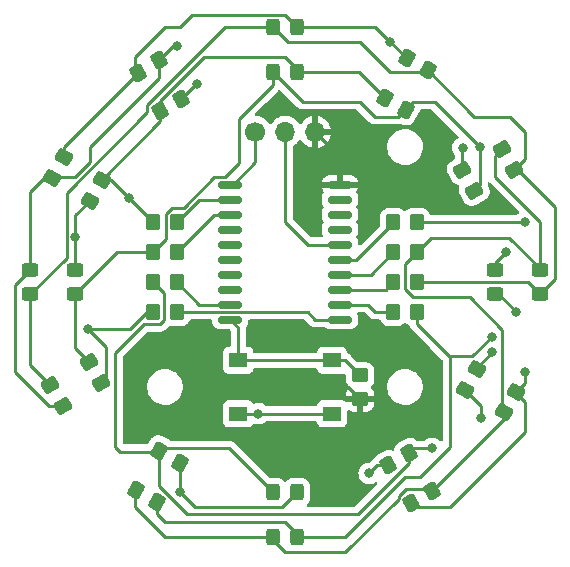
<source format=gbr>
%TF.GenerationSoftware,KiCad,Pcbnew,(6.0.8)*%
%TF.CreationDate,2022-10-14T21:05:54+02:00*%
%TF.ProjectId,Horloge,486f726c-6f67-4652-9e6b-696361645f70,rev?*%
%TF.SameCoordinates,Original*%
%TF.FileFunction,Copper,L1,Top*%
%TF.FilePolarity,Positive*%
%FSLAX46Y46*%
G04 Gerber Fmt 4.6, Leading zero omitted, Abs format (unit mm)*
G04 Created by KiCad (PCBNEW (6.0.8)) date 2022-10-14 21:05:54*
%MOMM*%
%LPD*%
G01*
G04 APERTURE LIST*
G04 Aperture macros list*
%AMRoundRect*
0 Rectangle with rounded corners*
0 $1 Rounding radius*
0 $2 $3 $4 $5 $6 $7 $8 $9 X,Y pos of 4 corners*
0 Add a 4 corners polygon primitive as box body*
4,1,4,$2,$3,$4,$5,$6,$7,$8,$9,$2,$3,0*
0 Add four circle primitives for the rounded corners*
1,1,$1+$1,$2,$3*
1,1,$1+$1,$4,$5*
1,1,$1+$1,$6,$7*
1,1,$1+$1,$8,$9*
0 Add four rect primitives between the rounded corners*
20,1,$1+$1,$2,$3,$4,$5,0*
20,1,$1+$1,$4,$5,$6,$7,0*
20,1,$1+$1,$6,$7,$8,$9,0*
20,1,$1+$1,$8,$9,$2,$3,0*%
G04 Aperture macros list end*
%TA.AperFunction,SMDPad,CuDef*%
%ADD10RoundRect,0.250000X-0.227211X0.506458X-0.552211X-0.056458X0.227211X-0.506458X0.552211X0.056458X0*%
%TD*%
%TA.AperFunction,SMDPad,CuDef*%
%ADD11RoundRect,0.250000X0.056458X0.552211X-0.506458X0.227211X-0.056458X-0.552211X0.506458X-0.227211X0*%
%TD*%
%TA.AperFunction,SMDPad,CuDef*%
%ADD12RoundRect,0.250000X-0.350000X-0.450000X0.350000X-0.450000X0.350000X0.450000X-0.350000X0.450000X0*%
%TD*%
%TA.AperFunction,SMDPad,CuDef*%
%ADD13RoundRect,0.250000X-0.506458X-0.227211X0.056458X-0.552211X0.506458X0.227211X-0.056458X0.552211X0*%
%TD*%
%TA.AperFunction,SMDPad,CuDef*%
%ADD14RoundRect,0.250000X-0.056458X-0.552211X0.506458X-0.227211X0.056458X0.552211X-0.506458X0.227211X0*%
%TD*%
%TA.AperFunction,SMDPad,CuDef*%
%ADD15RoundRect,0.250000X-0.325000X-0.450000X0.325000X-0.450000X0.325000X0.450000X-0.325000X0.450000X0*%
%TD*%
%TA.AperFunction,SMDPad,CuDef*%
%ADD16RoundRect,0.150000X-0.875000X-0.150000X0.875000X-0.150000X0.875000X0.150000X-0.875000X0.150000X0*%
%TD*%
%TA.AperFunction,SMDPad,CuDef*%
%ADD17RoundRect,0.250000X0.227211X-0.506458X0.552211X0.056458X-0.227211X0.506458X-0.552211X-0.056458X0*%
%TD*%
%TA.AperFunction,SMDPad,CuDef*%
%ADD18RoundRect,0.250000X0.506458X0.227211X-0.056458X0.552211X-0.506458X-0.227211X0.056458X-0.552211X0*%
%TD*%
%TA.AperFunction,SMDPad,CuDef*%
%ADD19RoundRect,0.250000X0.350000X0.450000X-0.350000X0.450000X-0.350000X-0.450000X0.350000X-0.450000X0*%
%TD*%
%TA.AperFunction,SMDPad,CuDef*%
%ADD20RoundRect,0.250000X0.450000X-0.325000X0.450000X0.325000X-0.450000X0.325000X-0.450000X-0.325000X0*%
%TD*%
%TA.AperFunction,SMDPad,CuDef*%
%ADD21RoundRect,0.250000X0.552211X-0.056458X0.227211X0.506458X-0.552211X0.056458X-0.227211X-0.506458X0*%
%TD*%
%TA.AperFunction,SMDPad,CuDef*%
%ADD22RoundRect,0.250000X-0.450000X0.350000X-0.450000X-0.350000X0.450000X-0.350000X0.450000X0.350000X0*%
%TD*%
%TA.AperFunction,ComponentPad*%
%ADD23C,1.700000*%
%TD*%
%TA.AperFunction,ComponentPad*%
%ADD24O,1.700000X1.700000*%
%TD*%
%TA.AperFunction,SMDPad,CuDef*%
%ADD25RoundRect,0.250000X-0.552211X0.056458X-0.227211X-0.506458X0.552211X-0.056458X0.227211X0.506458X0*%
%TD*%
%TA.AperFunction,SMDPad,CuDef*%
%ADD26R,1.550000X1.300000*%
%TD*%
%TA.AperFunction,ViaPad*%
%ADD27C,0.800000*%
%TD*%
%TA.AperFunction,Conductor*%
%ADD28C,0.250000*%
%TD*%
G04 APERTURE END LIST*
D10*
%TO.P,20,1,K*%
%TO.N,Net-(D10-Pad2)*%
X168619157Y-103890530D03*
%TO.P,20,2,A*%
%TO.N,Net-(D3-Pad1)*%
X167594157Y-105665882D03*
%TD*%
D11*
%TO.P,25,1,K*%
%TO.N,Net-(D3-Pad1)*%
X162887426Y-111016061D03*
%TO.P,25,2,A*%
%TO.N,Net-(D10-Pad2)*%
X161112074Y-112041061D03*
%TD*%
D12*
%TO.P,R4,1*%
%TO.N,Net-(D10-Pad2)*%
X141240000Y-99060000D03*
%TO.P,R4,2*%
%TO.N,PB0~*%
X143240000Y-99060000D03*
%TD*%
D13*
%TO.P,1,1,K*%
%TO.N,Net-(D13-Pad2)*%
X162692904Y-77568141D03*
%TO.P,1,2,A*%
%TO.N,Net-(D13-Pad1)*%
X164468256Y-78593141D03*
%TD*%
D14*
%TO.P,55,1,K*%
%TO.N,Net-(D1-Pad2)*%
X141843684Y-82038180D03*
%TO.P,55,2,A*%
%TO.N,Net-(D10-Pad2)*%
X143619036Y-81013180D03*
%TD*%
D15*
%TO.P,0,1,K*%
%TO.N,Net-(D1-Pad1)*%
X151375000Y-78740000D03*
%TO.P,0,2,A*%
%TO.N,Net-(D1-Pad2)*%
X153425000Y-78740000D03*
%TD*%
D16*
%TO.P,U1,1,VCC*%
%TO.N,Vcc*%
X147750000Y-88265000D03*
%TO.P,U1,2,PA4*%
%TO.N,PA4~*%
X147750000Y-89535000D03*
%TO.P,U1,3,PA5*%
%TO.N,PA5~*%
X147750000Y-90805000D03*
%TO.P,U1,4,PA6*%
%TO.N,unconnected-(U1-Pad4)*%
X147750000Y-92075000D03*
%TO.P,U1,5,PA7*%
%TO.N,unconnected-(U1-Pad5)*%
X147750000Y-93345000D03*
%TO.P,U1,6,PB5*%
%TO.N,unconnected-(U1-Pad6)*%
X147750000Y-94615000D03*
%TO.P,U1,7,PB4*%
%TO.N,unconnected-(U1-Pad7)*%
X147750000Y-95885000D03*
%TO.P,U1,8,PB3*%
%TO.N,unconnected-(U1-Pad8)*%
X147750000Y-97155000D03*
%TO.P,U1,9,PB2*%
%TO.N,PB2~*%
X147750000Y-98425000D03*
%TO.P,U1,10,PB1*%
%TO.N,PB1*%
X147750000Y-99695000D03*
%TO.P,U1,11,PB0*%
%TO.N,PB0~*%
X157050000Y-99695000D03*
%TO.P,U1,12,PC0*%
%TO.N,PC0*%
X157050000Y-98425000D03*
%TO.P,U1,13,PC1*%
%TO.N,PC1*%
X157050000Y-97155000D03*
%TO.P,U1,14,PC2*%
%TO.N,PC2*%
X157050000Y-95885000D03*
%TO.P,U1,15,PC3*%
%TO.N,PC3*%
X157050000Y-94615000D03*
%TO.P,U1,16,~{RESET}/PA0*%
%TO.N,PA0 UDPI*%
X157050000Y-93345000D03*
%TO.P,U1,17,PA1*%
%TO.N,unconnected-(U1-Pad17)*%
X157050000Y-92075000D03*
%TO.P,U1,18,PA2*%
%TO.N,unconnected-(U1-Pad18)*%
X157050000Y-90805000D03*
%TO.P,U1,19,PA3*%
%TO.N,unconnected-(U1-Pad19)*%
X157050000Y-89535000D03*
%TO.P,U1,20,GND*%
%TO.N,GND*%
X157050000Y-88265000D03*
%TD*%
D17*
%TO.P,50,1,K*%
%TO.N,Net-(D10-Pad2)*%
X135865921Y-89627634D03*
%TO.P,50,2,A*%
%TO.N,Net-(D1-Pad2)*%
X136890921Y-87852282D03*
%TD*%
D12*
%TO.P,R2,1*%
%TO.N,Net-(D1-Pad1)*%
X141240000Y-93980000D03*
%TO.P,R2,2*%
%TO.N,PA5~*%
X143240000Y-93980000D03*
%TD*%
D11*
%TO.P,5,1,K*%
%TO.N,Net-(D15-Pad1)*%
X164844435Y-114201086D03*
%TO.P,5,2,A*%
%TO.N,Net-(D17-Pad1)*%
X163069083Y-115226086D03*
%TD*%
D18*
%TO.P,35,1,K*%
%TO.N,Net-(D1-Pad2)*%
X143494246Y-111826638D03*
%TO.P,35,2,A*%
%TO.N,Net-(D3-Pad1)*%
X141718894Y-110801638D03*
%TD*%
D19*
%TO.P,R6,1*%
%TO.N,Net-(D13-Pad1)*%
X163560000Y-96520000D03*
%TO.P,R6,2*%
%TO.N,PC1*%
X161560000Y-96520000D03*
%TD*%
D20*
%TO.P,45,1,K*%
%TO.N,Net-(D1-Pad1)*%
X134620000Y-97545000D03*
%TO.P,45,2,A*%
%TO.N,Net-(D10-Pad2)*%
X134620000Y-95495000D03*
%TD*%
D21*
%TO.P,40,1,K*%
%TO.N,Net-(D10-Pad2)*%
X136845129Y-105058228D03*
%TO.P,40,2,A*%
%TO.N,Net-(D1-Pad1)*%
X135820129Y-103282876D03*
%TD*%
%TO.P,8,1,K*%
%TO.N,Net-(D17-Pad1)*%
X133564826Y-107016515D03*
%TO.P,8,2,A*%
%TO.N,Net-(D13-Pad1)*%
X132539826Y-105241163D03*
%TD*%
D12*
%TO.P,R3,1*%
%TO.N,Net-(D3-Pad1)*%
X141240000Y-96520000D03*
%TO.P,R3,2*%
%TO.N,PB2~*%
X143240000Y-96520000D03*
%TD*%
D14*
%TO.P,11,1,K*%
%TO.N,Net-(D13-Pad2)*%
X139961295Y-78787743D03*
%TO.P,11,2,A*%
%TO.N,Net-(D17-Pad1)*%
X141736647Y-77762743D03*
%TD*%
D18*
%TO.P,7,1,K*%
%TO.N,Net-(D13-Pad2)*%
X141537123Y-115165947D03*
%TO.P,7,2,A*%
%TO.N,Net-(D15-Pad1)*%
X139761771Y-114140947D03*
%TD*%
D22*
%TO.P,R9,1*%
%TO.N,PB1*%
X158750000Y-104410000D03*
%TO.P,R9,2*%
%TO.N,GND*%
X158750000Y-106410000D03*
%TD*%
D19*
%TO.P,R5,1*%
%TO.N,Net-(D13-Pad2)*%
X163560000Y-99060000D03*
%TO.P,R5,2*%
%TO.N,PC0*%
X161560000Y-99060000D03*
%TD*%
D20*
%TO.P,3,2,A*%
%TO.N,Net-(D15-Pad1)*%
X173990000Y-95495000D03*
%TO.P,3,1,K*%
%TO.N,Net-(D13-Pad1)*%
X173990000Y-97545000D03*
%TD*%
D17*
%TO.P,10,1,K*%
%TO.N,Net-(D17-Pad1)*%
X132649851Y-87743332D03*
%TO.P,10,2,A*%
%TO.N,Net-(D13-Pad2)*%
X133674851Y-85967980D03*
%TD*%
D15*
%TO.P,30,1,K*%
%TO.N,Net-(D3-Pad1)*%
X151375000Y-114300000D03*
%TO.P,30,2,A*%
%TO.N,Net-(D1-Pad2)*%
X153425000Y-114300000D03*
%TD*%
D19*
%TO.P,R8,1*%
%TO.N,Net-(D17-Pad1)*%
X163560000Y-91440000D03*
%TO.P,R8,2*%
%TO.N,PC3*%
X161560000Y-91440000D03*
%TD*%
D23*
%TO.P,J1,1,Pin_1*%
%TO.N,Vcc*%
X149860000Y-83820000D03*
D24*
%TO.P,J1,2,Pin_2*%
%TO.N,PA0 UDPI*%
X152400000Y-83820000D03*
%TO.P,J1,3,Pin_3*%
%TO.N,GND*%
X154940000Y-83820000D03*
%TD*%
D15*
%TO.P,12,1,K*%
%TO.N,Net-(D13-Pad1)*%
X151375000Y-74930000D03*
%TO.P,12,2,A*%
%TO.N,Net-(D13-Pad2)*%
X153425000Y-74930000D03*
%TD*%
%TO.P,6,1,K*%
%TO.N,Net-(D15-Pad1)*%
X151375000Y-118110000D03*
%TO.P,6,2,A*%
%TO.N,Net-(D13-Pad2)*%
X153425000Y-118110000D03*
%TD*%
D10*
%TO.P,4,1,K*%
%TO.N,Net-(D17-Pad1)*%
X171962500Y-105792324D03*
%TO.P,4,2,A*%
%TO.N,Net-(D15-Pad1)*%
X170937500Y-107567676D03*
%TD*%
D25*
%TO.P,2,1,K*%
%TO.N,Net-(D15-Pad1)*%
X170789087Y-85225839D03*
%TO.P,2,2,A*%
%TO.N,Net-(D13-Pad1)*%
X171814087Y-87001191D03*
%TD*%
D13*
%TO.P,5,1,K*%
%TO.N,Net-(D1-Pad2)*%
X160831296Y-80902691D03*
%TO.P,5,2,A*%
%TO.N,Net-(D1-Pad1)*%
X162606648Y-81927691D03*
%TD*%
D19*
%TO.P,R7,1*%
%TO.N,Net-(D15-Pad1)*%
X163560000Y-93980000D03*
%TO.P,R7,2*%
%TO.N,PC2*%
X161560000Y-93980000D03*
%TD*%
D25*
%TO.P,10,1,K*%
%TO.N,Net-(D3-Pad1)*%
X167395273Y-87020491D03*
%TO.P,10,2,A*%
%TO.N,Net-(D1-Pad1)*%
X168420273Y-88795843D03*
%TD*%
D20*
%TO.P,9,1,K*%
%TO.N,Net-(D13-Pad1)*%
X130810000Y-97545000D03*
%TO.P,9,2,A*%
%TO.N,Net-(D17-Pad1)*%
X130810000Y-95495000D03*
%TD*%
%TO.P,15,1,K*%
%TO.N,Net-(D1-Pad1)*%
X170180000Y-97545000D03*
%TO.P,15,2,A*%
%TO.N,Net-(D3-Pad1)*%
X170180000Y-95495000D03*
%TD*%
D26*
%TO.P,SW1,1,1*%
%TO.N,PB1*%
X148425000Y-103160000D03*
X156375000Y-103160000D03*
%TO.P,SW1,2,2*%
%TO.N,Vcc*%
X148425000Y-107660000D03*
X156375000Y-107660000D03*
%TD*%
D12*
%TO.P,R1,1*%
%TO.N,Net-(D1-Pad2)*%
X141240000Y-91440000D03*
%TO.P,R1,2*%
%TO.N,PA4~*%
X143240000Y-91440000D03*
%TD*%
D27*
%TO.N,Vcc*%
X150150000Y-107660000D03*
%TO.N,GND*%
X152400000Y-105410000D03*
%TO.N,Net-(D10-Pad2)*%
X144904604Y-79739694D03*
%TO.N,Net-(D1-Pad2)*%
X143494246Y-114284246D03*
X139200000Y-89400000D03*
%TO.N,Net-(D10-Pad2)*%
X134620000Y-92710000D03*
X135694196Y-100515917D03*
%TO.N,Net-(D13-Pad2)*%
X169903685Y-101137325D03*
X161307382Y-76182618D03*
%TO.N,Net-(D10-Pad2)*%
X159523560Y-112721455D03*
X169934745Y-102475090D03*
%TO.N,Net-(D3-Pad1)*%
X164848814Y-110597461D03*
X168969336Y-108070207D03*
%TO.N,Net-(D17-Pad1)*%
X172720000Y-104140000D03*
%TO.N,Net-(D3-Pad1)*%
X171132298Y-93943373D03*
%TO.N,Net-(D1-Pad1)*%
X171978306Y-99021760D03*
X168910000Y-85090000D03*
%TO.N,Net-(D3-Pad1)*%
X167434962Y-85162083D03*
%TO.N,Net-(D17-Pad1)*%
X172720000Y-91440000D03*
X143258372Y-76551180D03*
%TD*%
D28*
%TO.N,Net-(D1-Pad1)*%
X142315480Y-92904520D02*
X141240000Y-93980000D01*
X142315480Y-90751347D02*
X142315480Y-92904520D01*
X148461988Y-86467357D02*
X147289345Y-87640000D01*
X142839910Y-90226917D02*
X142315480Y-90751347D01*
X148461988Y-82747129D02*
X148461988Y-86467357D01*
X151375000Y-79834117D02*
X148461988Y-82747129D01*
X146403604Y-87640000D02*
X143816687Y-90226917D01*
X151375000Y-78740000D02*
X151375000Y-79834117D01*
X147289345Y-87640000D02*
X146403604Y-87640000D01*
X143816687Y-90226917D02*
X142839910Y-90226917D01*
%TO.N,Net-(D3-Pad1)*%
X142164520Y-97444520D02*
X141240000Y-96520000D01*
X141828173Y-100085000D02*
X142164520Y-99748653D01*
X142164520Y-99748653D02*
X142164520Y-97444520D01*
X138014391Y-102561057D02*
X140490448Y-100085000D01*
X138014391Y-110454577D02*
X138014391Y-102561057D01*
X140490448Y-100085000D02*
X141828173Y-100085000D01*
X141631227Y-110889305D02*
X138449119Y-110889305D01*
X138449119Y-110889305D02*
X138014391Y-110454577D01*
X141718894Y-110801638D02*
X141631227Y-110889305D01*
X141928362Y-110801638D02*
X141718894Y-110801638D01*
X142142866Y-110587134D02*
X141928362Y-110801638D01*
X151375000Y-114300000D02*
X147662134Y-110587134D01*
X147662134Y-110587134D02*
X142142866Y-110587134D01*
%TO.N,Vcc*%
X150150000Y-107660000D02*
X151420000Y-107660000D01*
%TO.N,GND*%
X157750000Y-105410000D02*
X158750000Y-106410000D01*
X152400000Y-105410000D02*
X157750000Y-105410000D01*
%TO.N,Net-(D10-Pad2)*%
X143619036Y-81013180D02*
X144892522Y-79739694D01*
X144892522Y-79739694D02*
X144904604Y-79739694D01*
%TO.N,Net-(D1-Pad2)*%
X139200000Y-89400000D02*
X137652282Y-87852282D01*
%TO.N,Net-(D10-Pad2)*%
X140700000Y-99060000D02*
X141240000Y-99060000D01*
X137238968Y-104664389D02*
X136845129Y-105058228D01*
X137238968Y-102060689D02*
X137238968Y-104664389D01*
X135694196Y-100515917D02*
X137238968Y-102060689D01*
X135694196Y-100515917D02*
X139244083Y-100515917D01*
X139244083Y-100515917D02*
X140700000Y-99060000D01*
%TO.N,Net-(D13-Pad2)*%
X168231960Y-102809050D02*
X166309051Y-102809050D01*
X169903685Y-101137325D02*
X168231960Y-102809050D01*
%TO.N,Net-(D10-Pad2)*%
X160203954Y-112041061D02*
X159523560Y-112721455D01*
X161112074Y-112041061D02*
X160203954Y-112041061D01*
X168619157Y-103790678D02*
X169934745Y-102475090D01*
X168619157Y-103890530D02*
X168619157Y-103790678D01*
%TO.N,Net-(D15-Pad1)*%
X162560000Y-94980000D02*
X163560000Y-93980000D01*
X162560000Y-97132493D02*
X162560000Y-94980000D01*
X168024140Y-97790000D02*
X163217507Y-97790000D01*
X163217507Y-97790000D02*
X162560000Y-97132493D01*
X170793753Y-107423929D02*
X170793753Y-100559613D01*
X170937500Y-107567676D02*
X170793753Y-107423929D01*
X170793753Y-100559613D02*
X168024140Y-97790000D01*
%TO.N,Net-(D3-Pad1)*%
X163306026Y-110597461D02*
X164848814Y-110597461D01*
X162887426Y-111016061D02*
X163306026Y-110597461D01*
X168969336Y-107041061D02*
X168969336Y-108070207D01*
X167594157Y-105665882D02*
X168969336Y-107041061D01*
%TO.N,Net-(D17-Pad1)*%
X172720000Y-105034824D02*
X171962500Y-105792324D01*
X172720000Y-104140000D02*
X172720000Y-105034824D01*
%TO.N,Net-(D3-Pad1)*%
X171132298Y-93943373D02*
X170180000Y-94895671D01*
X170180000Y-94895671D02*
X170180000Y-95495000D01*
%TO.N,Net-(D15-Pad1)*%
X164768687Y-92771313D02*
X163560000Y-93980000D01*
X171388813Y-92771313D02*
X164768687Y-92771313D01*
X173990000Y-95372500D02*
X171388813Y-92771313D01*
X173990000Y-95495000D02*
X173990000Y-95372500D01*
%TO.N,Net-(D1-Pad1)*%
X170501546Y-97545000D02*
X171978306Y-99021760D01*
X170180000Y-97545000D02*
X170501546Y-97545000D01*
%TO.N,Net-(D3-Pad1)*%
X167395273Y-85201772D02*
X167434962Y-85162083D01*
X167395273Y-87020491D02*
X167395273Y-85201772D01*
%TO.N,Net-(D17-Pad1)*%
X172720000Y-91440000D02*
X163560000Y-91440000D01*
X142948210Y-76551180D02*
X143258372Y-76551180D01*
X141736647Y-77762743D02*
X142948210Y-76551180D01*
%TO.N,Net-(D1-Pad2)*%
X158668605Y-78740000D02*
X160831296Y-80902691D01*
X143494246Y-111826638D02*
X143494246Y-114284246D01*
X152400000Y-77470000D02*
X153425000Y-78495000D01*
X141843684Y-82038180D02*
X141843684Y-81182950D01*
X137652282Y-87852282D02*
X136890921Y-87852282D01*
X141240000Y-91440000D02*
X139200000Y-89400000D01*
X141843684Y-82899519D02*
X136890921Y-87852282D01*
X141843684Y-81182950D02*
X145556634Y-77470000D01*
X144780000Y-115570000D02*
X152155000Y-115570000D01*
X153425000Y-78495000D02*
X153425000Y-78740000D01*
X152155000Y-115570000D02*
X153425000Y-114300000D01*
X143494246Y-114284246D02*
X144780000Y-115570000D01*
X141843684Y-82038180D02*
X141843684Y-82899519D01*
X153425000Y-78740000D02*
X158668605Y-78740000D01*
X145556634Y-77470000D02*
X152400000Y-77470000D01*
%TO.N,PA4~*%
X145145000Y-89535000D02*
X147750000Y-89535000D01*
X143240000Y-91440000D02*
X145145000Y-89535000D01*
%TO.N,PB1*%
X157500000Y-103160000D02*
X158750000Y-104410000D01*
X148425000Y-100370000D02*
X147750000Y-99695000D01*
X148425000Y-103160000D02*
X148425000Y-100370000D01*
X156375000Y-103160000D02*
X157500000Y-103160000D01*
X148425000Y-103160000D02*
X156375000Y-103160000D01*
%TO.N,Net-(D17-Pad1)*%
X131966668Y-87743332D02*
X130810000Y-88900000D01*
X171962500Y-105922500D02*
X172720000Y-106680000D01*
X133564826Y-107016515D02*
X132416515Y-107016515D01*
X135890000Y-85090000D02*
X135890000Y-86360000D01*
X141736647Y-79243353D02*
X135890000Y-85090000D01*
X163412997Y-115570000D02*
X163069083Y-115226086D01*
X129540000Y-96765000D02*
X130810000Y-95495000D01*
X171962500Y-105792324D02*
X171962500Y-105922500D01*
X171962500Y-105792324D02*
X172337676Y-105792324D01*
X134620000Y-87630000D02*
X132763183Y-87630000D01*
X141736647Y-77762743D02*
X141947257Y-77762743D01*
X135890000Y-86360000D02*
X134620000Y-87630000D01*
X132416515Y-107016515D02*
X129540000Y-104140000D01*
X132649851Y-87743332D02*
X131966668Y-87743332D01*
X172720000Y-106680000D02*
X172720000Y-109220000D01*
X172720000Y-109220000D02*
X166370000Y-115570000D01*
X166370000Y-115570000D02*
X163412997Y-115570000D01*
X132763183Y-87630000D02*
X132649851Y-87743332D01*
X141736647Y-77762743D02*
X141736647Y-79243353D01*
X129540000Y-104140000D02*
X129540000Y-96765000D01*
X130810000Y-88900000D02*
X130810000Y-95495000D01*
%TO.N,PC3*%
X161560000Y-91440000D02*
X161560000Y-91487500D01*
X161560000Y-91487500D02*
X158432500Y-94615000D01*
X158432500Y-94615000D02*
X157050000Y-94615000D01*
%TO.N,Net-(D15-Pad1)*%
X170937500Y-108108021D02*
X170937500Y-107567676D01*
X164844435Y-114201086D02*
X164700688Y-114057339D01*
X162006898Y-114853102D02*
X157480000Y-119380000D01*
X162632248Y-114057339D02*
X162069274Y-114620313D01*
X139700000Y-115570000D02*
X139700000Y-114202718D01*
X170180000Y-87630000D02*
X170180000Y-85834926D01*
X164844435Y-114201086D02*
X170937500Y-108108021D01*
X173990000Y-95495000D02*
X173990000Y-91440000D01*
X139700000Y-114202718D02*
X139761771Y-114140947D01*
X142240000Y-118110000D02*
X139700000Y-115570000D01*
X170180000Y-85834926D02*
X170789087Y-85225839D01*
X157480000Y-119380000D02*
X152400000Y-119380000D01*
X162069274Y-114620313D02*
X162006898Y-114853102D01*
X152400000Y-119380000D02*
X151375000Y-118355000D01*
X164700688Y-114057339D02*
X162632248Y-114057339D01*
X151375000Y-118355000D02*
X151375000Y-118110000D01*
X151375000Y-118110000D02*
X142240000Y-118110000D01*
X173990000Y-91440000D02*
X170180000Y-87630000D01*
%TO.N,PC2*%
X159655000Y-95885000D02*
X157050000Y-95885000D01*
X161560000Y-93980000D02*
X159655000Y-95885000D01*
%TO.N,Net-(D13-Pad1)*%
X151375000Y-74930000D02*
X152645000Y-76200000D01*
X175260000Y-90170000D02*
X175260000Y-96275000D01*
X130810000Y-97545000D02*
X130810000Y-103511337D01*
X172091191Y-87001191D02*
X175260000Y-90170000D01*
X171450000Y-82550000D02*
X172720000Y-83820000D01*
X164468256Y-78593141D02*
X168425115Y-82550000D01*
X172720000Y-86095278D02*
X171814087Y-87001191D01*
X171814087Y-87001191D02*
X172091191Y-87001191D01*
X161290000Y-78740000D02*
X164321397Y-78740000D01*
X168425115Y-82550000D02*
X171450000Y-82550000D01*
X147320000Y-74930000D02*
X151375000Y-74930000D01*
X130810000Y-97545000D02*
X133895489Y-94459511D01*
X172965000Y-96520000D02*
X163560000Y-96520000D01*
X133895489Y-94459511D02*
X133895489Y-88990229D01*
X152645000Y-76200000D02*
X158750000Y-76200000D01*
X133895489Y-88990229D02*
X140720690Y-82165028D01*
X158750000Y-76200000D02*
X161290000Y-78740000D01*
X140720690Y-82165028D02*
X140720690Y-81529310D01*
X130810000Y-103511337D02*
X132539826Y-105241163D01*
X173990000Y-97545000D02*
X172965000Y-96520000D01*
X175260000Y-96275000D02*
X173990000Y-97545000D01*
X164321397Y-78740000D02*
X164468256Y-78593141D01*
X172720000Y-83820000D02*
X172720000Y-86095278D01*
X140720690Y-81529310D02*
X147320000Y-74930000D01*
%TO.N,PC1*%
X160925000Y-97155000D02*
X157050000Y-97155000D01*
X161560000Y-96520000D02*
X160925000Y-97155000D01*
%TO.N,Net-(D13-Pad2)*%
X144534520Y-73905480D02*
X143510000Y-74930000D01*
X162560000Y-113030000D02*
X163830000Y-113030000D01*
X153425000Y-118110000D02*
X157480000Y-118110000D01*
X163560000Y-100060000D02*
X163560000Y-99060000D01*
X153425000Y-74930000D02*
X152400480Y-73905480D01*
X141537123Y-116137123D02*
X142240000Y-116840000D01*
X153425000Y-74930000D02*
X160054763Y-74930000D01*
X152400000Y-116840000D02*
X153425000Y-117865000D01*
X139700000Y-77470000D02*
X139700000Y-78526448D01*
X166370000Y-102870000D02*
X165100000Y-101600000D01*
X166370000Y-110490000D02*
X166370000Y-102870000D01*
X139700000Y-78526448D02*
X139961295Y-78787743D01*
X165100000Y-101600000D02*
X163560000Y-100060000D01*
X142240000Y-74930000D02*
X139700000Y-77470000D01*
X163830000Y-113030000D02*
X166370000Y-110490000D01*
X153425000Y-117865000D02*
X153425000Y-118110000D01*
X139961295Y-78787743D02*
X133674851Y-85074187D01*
X142240000Y-116840000D02*
X152400000Y-116840000D01*
X143510000Y-74930000D02*
X142240000Y-74930000D01*
X133674851Y-85074187D02*
X133674851Y-85967980D01*
X160054763Y-74930000D02*
X161307382Y-76182618D01*
X152400480Y-73905480D02*
X144534520Y-73905480D01*
X161307382Y-76182618D02*
X162692904Y-77568141D01*
X157480000Y-118110000D02*
X162560000Y-113030000D01*
X141537123Y-115165947D02*
X141537123Y-116137123D01*
%TO.N,PC0*%
X161560000Y-99060000D02*
X160020000Y-99060000D01*
X160020000Y-99060000D02*
X159385000Y-98425000D01*
X159385000Y-98425000D02*
X157050000Y-98425000D01*
%TO.N,Net-(D10-Pad2)*%
X134620000Y-92710000D02*
X134620000Y-95495000D01*
X135865921Y-89627634D02*
X134620000Y-90873555D01*
X134620000Y-90873555D02*
X134620000Y-92710000D01*
%TO.N,PB0~*%
X154305000Y-99060000D02*
X154940000Y-99695000D01*
X154940000Y-99695000D02*
X157050000Y-99695000D01*
X143240000Y-99060000D02*
X154305000Y-99060000D01*
%TO.N,Net-(D3-Pad1)*%
X167395273Y-87020491D02*
X166979509Y-87020491D01*
X162887426Y-111016061D02*
X162887426Y-111871291D01*
X144102107Y-116162107D02*
X141718894Y-113778894D01*
X162887426Y-111871291D02*
X158596610Y-116162107D01*
X158596610Y-116162107D02*
X144102107Y-116162107D01*
X141718894Y-113778894D02*
X141718894Y-110801638D01*
%TO.N,PB2~*%
X145145000Y-98425000D02*
X147750000Y-98425000D01*
X143240000Y-96520000D02*
X145145000Y-98425000D01*
%TO.N,Net-(D1-Pad1)*%
X134620000Y-97545000D02*
X134620000Y-102082747D01*
X161984339Y-82550000D02*
X162606648Y-81927691D01*
X163254339Y-81280000D02*
X165100000Y-81280000D01*
X158750000Y-81280000D02*
X160020000Y-82550000D01*
X134620000Y-97545000D02*
X138185000Y-93980000D01*
X134620000Y-102082747D02*
X135820129Y-103282876D01*
X168910000Y-88306116D02*
X168420273Y-88795843D01*
X165100000Y-81280000D02*
X168910000Y-85090000D01*
X153915000Y-81280000D02*
X158750000Y-81280000D01*
X168910000Y-85090000D02*
X168910000Y-88306116D01*
X160020000Y-82550000D02*
X161984339Y-82550000D01*
X161984339Y-82550000D02*
X163254339Y-81280000D01*
X138185000Y-93980000D02*
X141240000Y-93980000D01*
X151375000Y-78740000D02*
X153915000Y-81280000D01*
%TO.N,PA5~*%
X143240000Y-93980000D02*
X146415000Y-90805000D01*
X146415000Y-90805000D02*
X147750000Y-90805000D01*
%TO.N,PA0 UDPI*%
X152400000Y-83140000D02*
X152400000Y-91440000D01*
X154305000Y-93345000D02*
X157050000Y-93345000D01*
X152400000Y-91440000D02*
X154305000Y-93345000D01*
%TO.N,GND*%
X154940000Y-83820000D02*
X157050000Y-85930000D01*
X157050000Y-85930000D02*
X157050000Y-88265000D01*
%TO.N,Vcc*%
X151420000Y-107660000D02*
X156375000Y-107660000D01*
X149860000Y-86360000D02*
X147955000Y-88265000D01*
X148425000Y-107660000D02*
X150150000Y-107660000D01*
X147955000Y-88265000D02*
X147750000Y-88265000D01*
X149860000Y-83140000D02*
X149860000Y-86360000D01*
%TD*%
%TA.AperFunction,Conductor*%
%TO.N,GND*%
G36*
X159138527Y-99078502D02*
G01*
X159159501Y-99095405D01*
X159516343Y-99452247D01*
X159523887Y-99460537D01*
X159528000Y-99467018D01*
X159533777Y-99472443D01*
X159577667Y-99513658D01*
X159580509Y-99516413D01*
X159600231Y-99536135D01*
X159603355Y-99538558D01*
X159603359Y-99538562D01*
X159603424Y-99538612D01*
X159612445Y-99546317D01*
X159644679Y-99576586D01*
X159651627Y-99580405D01*
X159651629Y-99580407D01*
X159662432Y-99586346D01*
X159678959Y-99597202D01*
X159688698Y-99604757D01*
X159688700Y-99604758D01*
X159694960Y-99609614D01*
X159735540Y-99627174D01*
X159746188Y-99632391D01*
X159777870Y-99649808D01*
X159784940Y-99653695D01*
X159792616Y-99655666D01*
X159792619Y-99655667D01*
X159804562Y-99658733D01*
X159823267Y-99665137D01*
X159841855Y-99673181D01*
X159849678Y-99674420D01*
X159849688Y-99674423D01*
X159885524Y-99680099D01*
X159897144Y-99682505D01*
X159932289Y-99691528D01*
X159939970Y-99693500D01*
X159960224Y-99693500D01*
X159979934Y-99695051D01*
X159999943Y-99698220D01*
X160007835Y-99697474D01*
X160043961Y-99694059D01*
X160055819Y-99693500D01*
X160380803Y-99693500D01*
X160448924Y-99713502D01*
X160495417Y-99767158D01*
X160500326Y-99779623D01*
X160518450Y-99833946D01*
X160522301Y-99840170D01*
X160522302Y-99840171D01*
X160536067Y-99862415D01*
X160611522Y-99984348D01*
X160736697Y-100109305D01*
X160742927Y-100113145D01*
X160742928Y-100113146D01*
X160881028Y-100198272D01*
X160887262Y-100202115D01*
X160929842Y-100216238D01*
X161048611Y-100255632D01*
X161048613Y-100255632D01*
X161055139Y-100257797D01*
X161061975Y-100258497D01*
X161061978Y-100258498D01*
X161097790Y-100262167D01*
X161159600Y-100268500D01*
X161960400Y-100268500D01*
X161963646Y-100268163D01*
X161963650Y-100268163D01*
X162059308Y-100258238D01*
X162059312Y-100258237D01*
X162066166Y-100257526D01*
X162072702Y-100255345D01*
X162072704Y-100255345D01*
X162220674Y-100205978D01*
X162233946Y-100201550D01*
X162384348Y-100108478D01*
X162470784Y-100021891D01*
X162533066Y-99987812D01*
X162603886Y-99992815D01*
X162648975Y-100021736D01*
X162717900Y-100090541D01*
X162736697Y-100109305D01*
X162742927Y-100113145D01*
X162742928Y-100113146D01*
X162881027Y-100198272D01*
X162881029Y-100198273D01*
X162887262Y-100202115D01*
X162894217Y-100204422D01*
X162897990Y-100206181D01*
X162951277Y-100253097D01*
X162965741Y-100285227D01*
X162968212Y-100293733D01*
X162973982Y-100313593D01*
X162978015Y-100320412D01*
X162978017Y-100320417D01*
X162984293Y-100331028D01*
X162992988Y-100348776D01*
X163000448Y-100367617D01*
X163005110Y-100374033D01*
X163005110Y-100374034D01*
X163026436Y-100403387D01*
X163032952Y-100413307D01*
X163048899Y-100440271D01*
X163055458Y-100451362D01*
X163069779Y-100465683D01*
X163082619Y-100480716D01*
X163094528Y-100497107D01*
X163117843Y-100516395D01*
X163128605Y-100525298D01*
X163137384Y-100533288D01*
X164680230Y-102076135D01*
X164680233Y-102076137D01*
X165699595Y-103095499D01*
X165733621Y-103157811D01*
X165736500Y-103184594D01*
X165736500Y-109897365D01*
X165716498Y-109965486D01*
X165662842Y-110011979D01*
X165592568Y-110022083D01*
X165527988Y-109992589D01*
X165516875Y-109981687D01*
X165460067Y-109918595D01*
X165343721Y-109834064D01*
X165310908Y-109810224D01*
X165310907Y-109810223D01*
X165305566Y-109806343D01*
X165299538Y-109803659D01*
X165299536Y-109803658D01*
X165137133Y-109731352D01*
X165137132Y-109731352D01*
X165131102Y-109728667D01*
X165033750Y-109707974D01*
X164950758Y-109690333D01*
X164950753Y-109690333D01*
X164944301Y-109688961D01*
X164753327Y-109688961D01*
X164746875Y-109690333D01*
X164746870Y-109690333D01*
X164663878Y-109707974D01*
X164566526Y-109728667D01*
X164560496Y-109731352D01*
X164560495Y-109731352D01*
X164398092Y-109803658D01*
X164398090Y-109803659D01*
X164392062Y-109806343D01*
X164386721Y-109810223D01*
X164386720Y-109810224D01*
X164353907Y-109834064D01*
X164237561Y-109918595D01*
X164233146Y-109923498D01*
X164228234Y-109927921D01*
X164227109Y-109926672D01*
X164173800Y-109959512D01*
X164140614Y-109963961D01*
X163571266Y-109963961D01*
X163503145Y-109943959D01*
X163487694Y-109932257D01*
X163386289Y-109842384D01*
X163380811Y-109837529D01*
X163225007Y-109753813D01*
X163178575Y-109741415D01*
X163061197Y-109710073D01*
X163061192Y-109710072D01*
X163054124Y-109708185D01*
X163046810Y-109707974D01*
X163046808Y-109707974D01*
X162975613Y-109705923D01*
X162877326Y-109703091D01*
X162870158Y-109704569D01*
X162710839Y-109737418D01*
X162710836Y-109737419D01*
X162704099Y-109738808D01*
X162608282Y-109781769D01*
X161958070Y-110157169D01*
X161871961Y-110219556D01*
X161754647Y-110351923D01*
X161670931Y-110507726D01*
X161625303Y-110678610D01*
X161625160Y-110683566D01*
X161595936Y-110747204D01*
X161536130Y-110785462D01*
X161465133Y-110785313D01*
X161455680Y-110782050D01*
X161449655Y-110778813D01*
X161404006Y-110766624D01*
X161285845Y-110735073D01*
X161285840Y-110735072D01*
X161278772Y-110733185D01*
X161271458Y-110732974D01*
X161271456Y-110732974D01*
X161200261Y-110730923D01*
X161101974Y-110728091D01*
X161094806Y-110729569D01*
X160935487Y-110762418D01*
X160935484Y-110762419D01*
X160928747Y-110763808D01*
X160832930Y-110806769D01*
X160182718Y-111182169D01*
X160096609Y-111244556D01*
X159979295Y-111376923D01*
X159951090Y-111429415D01*
X159901528Y-111479454D01*
X159896337Y-111481509D01*
X159865756Y-111503728D01*
X159860579Y-111507489D01*
X159850655Y-111514008D01*
X159819414Y-111532483D01*
X159819409Y-111532487D01*
X159812591Y-111536519D01*
X159798267Y-111550843D01*
X159783235Y-111563682D01*
X159766847Y-111575589D01*
X159751710Y-111593887D01*
X159738666Y-111609654D01*
X159730676Y-111618434D01*
X159573060Y-111776050D01*
X159510748Y-111810076D01*
X159483965Y-111812955D01*
X159428073Y-111812955D01*
X159421621Y-111814327D01*
X159421616Y-111814327D01*
X159342256Y-111831196D01*
X159241272Y-111852661D01*
X159235242Y-111855346D01*
X159235241Y-111855346D01*
X159072838Y-111927652D01*
X159072836Y-111927653D01*
X159066808Y-111930337D01*
X158912307Y-112042589D01*
X158907886Y-112047499D01*
X158907885Y-112047500D01*
X158854896Y-112106351D01*
X158784520Y-112184511D01*
X158781219Y-112190229D01*
X158710743Y-112312297D01*
X158689033Y-112349899D01*
X158630018Y-112531527D01*
X158629328Y-112538088D01*
X158629328Y-112538090D01*
X158616109Y-112663868D01*
X158610056Y-112721455D01*
X158610746Y-112728020D01*
X158626635Y-112879191D01*
X158630018Y-112911383D01*
X158689033Y-113093011D01*
X158784520Y-113258399D01*
X158788938Y-113263306D01*
X158788939Y-113263307D01*
X158895703Y-113381880D01*
X158912307Y-113400321D01*
X159000365Y-113464299D01*
X159016078Y-113475715D01*
X159066808Y-113512573D01*
X159072836Y-113515257D01*
X159072838Y-113515258D01*
X159222120Y-113581722D01*
X159241272Y-113590249D01*
X159334673Y-113610102D01*
X159421616Y-113628583D01*
X159421621Y-113628583D01*
X159428073Y-113629955D01*
X159619047Y-113629955D01*
X159625499Y-113628583D01*
X159625504Y-113628583D01*
X159712447Y-113610102D01*
X159805848Y-113590249D01*
X159825000Y-113581722D01*
X159974282Y-113515258D01*
X159974284Y-113515257D01*
X159980312Y-113512573D01*
X160037872Y-113470753D01*
X160104740Y-113446895D01*
X160173891Y-113462975D01*
X160223371Y-113513889D01*
X160237471Y-113583471D01*
X160211713Y-113649630D01*
X160201028Y-113661784D01*
X158371110Y-115491702D01*
X158308798Y-115525728D01*
X158282015Y-115528607D01*
X154348349Y-115528607D01*
X154280228Y-115508605D01*
X154233735Y-115454949D01*
X154223631Y-115384675D01*
X154253125Y-115320095D01*
X154259176Y-115313589D01*
X154292798Y-115279909D01*
X154349305Y-115223303D01*
X154399537Y-115141812D01*
X154438275Y-115078968D01*
X154438276Y-115078966D01*
X154442115Y-115072738D01*
X154487303Y-114936500D01*
X154495632Y-114911389D01*
X154495632Y-114911387D01*
X154497797Y-114904861D01*
X154508500Y-114800400D01*
X154508500Y-113799600D01*
X154507385Y-113788852D01*
X154498238Y-113700692D01*
X154498237Y-113700688D01*
X154497526Y-113693834D01*
X154488251Y-113666032D01*
X154443868Y-113533002D01*
X154441550Y-113526054D01*
X154348478Y-113375652D01*
X154332687Y-113359888D01*
X154228483Y-113255866D01*
X154223303Y-113250695D01*
X154186756Y-113228167D01*
X154078968Y-113161725D01*
X154078966Y-113161724D01*
X154072738Y-113157885D01*
X153912254Y-113104655D01*
X153911389Y-113104368D01*
X153911387Y-113104368D01*
X153904861Y-113102203D01*
X153898025Y-113101503D01*
X153898022Y-113101502D01*
X153842426Y-113095806D01*
X153800400Y-113091500D01*
X153049600Y-113091500D01*
X153046354Y-113091837D01*
X153046350Y-113091837D01*
X152950692Y-113101762D01*
X152950688Y-113101763D01*
X152943834Y-113102474D01*
X152937298Y-113104655D01*
X152937296Y-113104655D01*
X152805194Y-113148728D01*
X152776054Y-113158450D01*
X152625652Y-113251522D01*
X152500695Y-113376697D01*
X152498094Y-113380916D01*
X152440970Y-113421417D01*
X152370047Y-113424649D01*
X152308635Y-113389024D01*
X152302078Y-113381470D01*
X152298478Y-113375652D01*
X152282687Y-113359888D01*
X152178483Y-113255866D01*
X152173303Y-113250695D01*
X152136756Y-113228167D01*
X152028968Y-113161725D01*
X152028966Y-113161724D01*
X152022738Y-113157885D01*
X151862254Y-113104655D01*
X151861389Y-113104368D01*
X151861387Y-113104368D01*
X151854861Y-113102203D01*
X151848025Y-113101503D01*
X151848022Y-113101502D01*
X151792426Y-113095806D01*
X151750400Y-113091500D01*
X151114595Y-113091500D01*
X151046474Y-113071498D01*
X151025500Y-113054595D01*
X148165786Y-110194881D01*
X148158246Y-110186595D01*
X148154134Y-110180116D01*
X148104482Y-110133490D01*
X148101641Y-110130736D01*
X148081904Y-110110999D01*
X148078707Y-110108519D01*
X148069685Y-110100814D01*
X148043234Y-110075975D01*
X148037455Y-110070548D01*
X148030509Y-110066729D01*
X148030506Y-110066727D01*
X148019700Y-110060786D01*
X148003181Y-110049935D01*
X148002717Y-110049575D01*
X147987175Y-110037520D01*
X147979906Y-110034375D01*
X147979902Y-110034372D01*
X147946597Y-110019960D01*
X147935947Y-110014743D01*
X147897194Y-109993439D01*
X147877571Y-109988401D01*
X147858868Y-109981997D01*
X147847554Y-109977101D01*
X147847553Y-109977101D01*
X147840279Y-109973953D01*
X147832456Y-109972714D01*
X147832446Y-109972711D01*
X147796610Y-109967035D01*
X147784990Y-109964629D01*
X147749845Y-109955606D01*
X147749844Y-109955606D01*
X147742164Y-109953634D01*
X147721910Y-109953634D01*
X147702199Y-109952083D01*
X147690020Y-109950154D01*
X147682191Y-109948914D01*
X147674299Y-109949660D01*
X147638173Y-109953075D01*
X147626315Y-109953634D01*
X142700870Y-109953634D01*
X142637870Y-109936753D01*
X142000870Y-109568981D01*
X142000869Y-109568981D01*
X141998038Y-109567346D01*
X141932319Y-109537981D01*
X141907249Y-109526779D01*
X141907247Y-109526778D01*
X141900955Y-109523967D01*
X141727665Y-109488554D01*
X141550877Y-109493955D01*
X141543812Y-109495855D01*
X141543810Y-109495855D01*
X141476263Y-109514018D01*
X141380074Y-109539882D01*
X141224416Y-109623870D01*
X141092255Y-109741415D01*
X141088230Y-109746986D01*
X141088226Y-109746990D01*
X141042536Y-109810224D01*
X141030755Y-109826529D01*
X141029155Y-109829300D01*
X141029150Y-109829308D01*
X140819285Y-110192805D01*
X140767902Y-110241798D01*
X140710166Y-110255805D01*
X138773891Y-110255805D01*
X138705770Y-110235803D01*
X138659277Y-110182147D01*
X138647891Y-110129805D01*
X138647891Y-108358134D01*
X147141500Y-108358134D01*
X147148255Y-108420316D01*
X147199385Y-108556705D01*
X147286739Y-108673261D01*
X147403295Y-108760615D01*
X147539684Y-108811745D01*
X147601866Y-108818500D01*
X149248134Y-108818500D01*
X149310316Y-108811745D01*
X149446705Y-108760615D01*
X149563261Y-108673261D01*
X149587390Y-108641065D01*
X149645232Y-108563888D01*
X149645233Y-108563886D01*
X149650615Y-108556705D01*
X149651175Y-108555211D01*
X149698808Y-108507689D01*
X149768199Y-108492678D01*
X149810313Y-108503239D01*
X149861677Y-108526108D01*
X149861685Y-108526111D01*
X149867712Y-108528794D01*
X149959466Y-108548297D01*
X150048056Y-108567128D01*
X150048061Y-108567128D01*
X150054513Y-108568500D01*
X150245487Y-108568500D01*
X150251939Y-108567128D01*
X150251944Y-108567128D01*
X150340534Y-108548297D01*
X150432288Y-108528794D01*
X150484136Y-108505710D01*
X150600722Y-108453803D01*
X150600724Y-108453802D01*
X150606752Y-108451118D01*
X150638964Y-108427715D01*
X150755914Y-108342745D01*
X150761253Y-108338866D01*
X150765668Y-108333963D01*
X150770580Y-108329540D01*
X150771705Y-108330789D01*
X150825014Y-108297949D01*
X150858200Y-108293500D01*
X154971425Y-108293500D01*
X155039546Y-108313502D01*
X155086039Y-108367158D01*
X155096688Y-108405892D01*
X155098255Y-108420316D01*
X155149385Y-108556705D01*
X155236739Y-108673261D01*
X155353295Y-108760615D01*
X155489684Y-108811745D01*
X155551866Y-108818500D01*
X157198134Y-108818500D01*
X157260316Y-108811745D01*
X157396705Y-108760615D01*
X157513261Y-108673261D01*
X157600615Y-108556705D01*
X157651745Y-108420316D01*
X157658500Y-108358134D01*
X157658500Y-107480721D01*
X157678502Y-107412600D01*
X157732158Y-107366107D01*
X157802432Y-107356003D01*
X157850616Y-107373461D01*
X157971243Y-107447816D01*
X157984424Y-107453963D01*
X158138710Y-107505138D01*
X158152086Y-107508005D01*
X158246438Y-107517672D01*
X158252854Y-107518000D01*
X158477885Y-107518000D01*
X158493124Y-107513525D01*
X158494329Y-107512135D01*
X158496000Y-107504452D01*
X158496000Y-107499884D01*
X159004000Y-107499884D01*
X159008475Y-107515123D01*
X159009865Y-107516328D01*
X159017548Y-107517999D01*
X159247095Y-107517999D01*
X159253614Y-107517662D01*
X159349206Y-107507743D01*
X159362600Y-107504851D01*
X159516784Y-107453412D01*
X159529962Y-107447239D01*
X159667807Y-107361937D01*
X159679208Y-107352901D01*
X159793739Y-107238171D01*
X159802751Y-107226760D01*
X159887816Y-107088757D01*
X159893963Y-107075576D01*
X159945138Y-106921290D01*
X159948005Y-106907914D01*
X159957672Y-106813562D01*
X159958000Y-106807146D01*
X159958000Y-106682115D01*
X159953525Y-106666876D01*
X159952135Y-106665671D01*
X159944452Y-106664000D01*
X159022115Y-106664000D01*
X159006876Y-106668475D01*
X159005671Y-106669865D01*
X159004000Y-106677548D01*
X159004000Y-107499884D01*
X158496000Y-107499884D01*
X158496000Y-106682115D01*
X158491525Y-106666876D01*
X158490135Y-106665671D01*
X158482452Y-106664000D01*
X157578268Y-106664000D01*
X157510147Y-106643998D01*
X157502703Y-106638826D01*
X157434934Y-106588036D01*
X157396705Y-106559385D01*
X157260316Y-106508255D01*
X157198134Y-106501500D01*
X155551866Y-106501500D01*
X155489684Y-106508255D01*
X155353295Y-106559385D01*
X155236739Y-106646739D01*
X155149385Y-106763295D01*
X155098255Y-106899684D01*
X155097402Y-106907540D01*
X155096688Y-106914108D01*
X155069446Y-106979670D01*
X155011083Y-107020096D01*
X154971425Y-107026500D01*
X150858200Y-107026500D01*
X150790079Y-107006498D01*
X150770853Y-106990157D01*
X150770580Y-106990460D01*
X150765668Y-106986037D01*
X150761253Y-106981134D01*
X150689037Y-106928666D01*
X150612094Y-106872763D01*
X150612093Y-106872762D01*
X150606752Y-106868882D01*
X150600724Y-106866198D01*
X150600722Y-106866197D01*
X150438319Y-106793891D01*
X150438318Y-106793891D01*
X150432288Y-106791206D01*
X150338887Y-106771353D01*
X150251944Y-106752872D01*
X150251939Y-106752872D01*
X150245487Y-106751500D01*
X150054513Y-106751500D01*
X150048061Y-106752872D01*
X150048056Y-106752872D01*
X149961113Y-106771353D01*
X149867712Y-106791206D01*
X149861685Y-106793889D01*
X149861677Y-106793892D01*
X149810313Y-106816761D01*
X149739946Y-106826195D01*
X149675649Y-106796088D01*
X149651646Y-106766046D01*
X149650615Y-106763295D01*
X149645230Y-106756109D01*
X149568642Y-106653919D01*
X149563261Y-106646739D01*
X149446705Y-106559385D01*
X149310316Y-106508255D01*
X149248134Y-106501500D01*
X147601866Y-106501500D01*
X147539684Y-106508255D01*
X147403295Y-106559385D01*
X147286739Y-106646739D01*
X147199385Y-106763295D01*
X147148255Y-106899684D01*
X147141500Y-106961866D01*
X147141500Y-108358134D01*
X138647891Y-108358134D01*
X138647891Y-105462817D01*
X140727514Y-105462817D01*
X140728095Y-105467837D01*
X140728095Y-105467841D01*
X140751178Y-105667333D01*
X140755415Y-105703956D01*
X140756791Y-105708820D01*
X140756792Y-105708823D01*
X140796159Y-105847943D01*
X140821510Y-105937532D01*
X140823644Y-105942108D01*
X140823646Y-105942114D01*
X140921296Y-106151525D01*
X140924099Y-106157536D01*
X141060544Y-106358307D01*
X141227332Y-106534681D01*
X141231358Y-106537759D01*
X141231359Y-106537760D01*
X141416154Y-106679047D01*
X141416158Y-106679050D01*
X141420174Y-106682120D01*
X141634109Y-106796831D01*
X141863631Y-106875862D01*
X141946207Y-106890125D01*
X142098926Y-106916504D01*
X142098932Y-106916505D01*
X142102836Y-106917179D01*
X142106797Y-106917359D01*
X142106798Y-106917359D01*
X142130506Y-106918436D01*
X142130525Y-106918436D01*
X142131925Y-106918500D01*
X142301001Y-106918500D01*
X142303509Y-106918298D01*
X142303514Y-106918298D01*
X142476924Y-106904346D01*
X142476929Y-106904345D01*
X142481965Y-106903940D01*
X142486873Y-106902734D01*
X142486876Y-106902734D01*
X142712792Y-106847244D01*
X142717706Y-106846037D01*
X142722358Y-106844062D01*
X142722362Y-106844061D01*
X142896760Y-106770033D01*
X142941156Y-106751188D01*
X143026134Y-106697674D01*
X143142288Y-106624528D01*
X143142291Y-106624526D01*
X143146567Y-106621833D01*
X143203110Y-106571984D01*
X143324858Y-106464650D01*
X143324861Y-106464647D01*
X143328655Y-106461302D01*
X143378650Y-106400437D01*
X143479526Y-106277628D01*
X143479528Y-106277625D01*
X143482734Y-106273722D01*
X143580962Y-106104950D01*
X143602299Y-106068290D01*
X143602300Y-106068288D01*
X143604841Y-106063922D01*
X143611224Y-106047294D01*
X143690020Y-105842022D01*
X143690021Y-105842018D01*
X143691833Y-105837298D01*
X143700015Y-105798132D01*
X143740440Y-105604631D01*
X143740440Y-105604627D01*
X143741474Y-105599680D01*
X143752486Y-105357183D01*
X143750194Y-105337372D01*
X143725167Y-105121071D01*
X143725166Y-105121067D01*
X143724585Y-105116044D01*
X143715711Y-105084682D01*
X143669503Y-104921389D01*
X143658490Y-104882468D01*
X143656356Y-104877892D01*
X143656354Y-104877886D01*
X143558038Y-104667046D01*
X143558036Y-104667042D01*
X143555901Y-104662464D01*
X143419456Y-104461693D01*
X143252668Y-104285319D01*
X143213312Y-104255229D01*
X143063846Y-104140953D01*
X143063842Y-104140950D01*
X143059826Y-104137880D01*
X142845891Y-104023169D01*
X142616369Y-103944138D01*
X142499977Y-103924034D01*
X142381074Y-103903496D01*
X142381068Y-103903495D01*
X142377164Y-103902821D01*
X142373203Y-103902641D01*
X142373202Y-103902641D01*
X142349494Y-103901564D01*
X142349475Y-103901564D01*
X142348075Y-103901500D01*
X142178999Y-103901500D01*
X142176491Y-103901702D01*
X142176486Y-103901702D01*
X142003076Y-103915654D01*
X142003071Y-103915655D01*
X141998035Y-103916060D01*
X141993127Y-103917266D01*
X141993124Y-103917266D01*
X141767208Y-103972756D01*
X141762294Y-103973963D01*
X141757642Y-103975938D01*
X141757638Y-103975939D01*
X141678190Y-104009663D01*
X141538844Y-104068812D01*
X141507647Y-104088458D01*
X141337712Y-104195472D01*
X141337709Y-104195474D01*
X141333433Y-104198167D01*
X141329639Y-104201512D01*
X141155142Y-104355350D01*
X141155139Y-104355353D01*
X141151345Y-104358698D01*
X141148135Y-104362606D01*
X141148134Y-104362607D01*
X141001973Y-104540548D01*
X140997266Y-104546278D01*
X140971718Y-104590174D01*
X140888406Y-104733318D01*
X140875159Y-104756078D01*
X140873346Y-104760801D01*
X140794977Y-104964962D01*
X140788167Y-104982702D01*
X140787133Y-104987652D01*
X140787132Y-104987655D01*
X140740062Y-105212969D01*
X140738526Y-105220320D01*
X140727514Y-105462817D01*
X138647891Y-105462817D01*
X138647891Y-102875651D01*
X138667893Y-102807530D01*
X138684796Y-102786556D01*
X140715947Y-100755405D01*
X140778259Y-100721379D01*
X140805042Y-100718500D01*
X141749406Y-100718500D01*
X141760589Y-100719027D01*
X141768082Y-100720702D01*
X141776008Y-100720453D01*
X141776009Y-100720453D01*
X141836159Y-100718562D01*
X141840118Y-100718500D01*
X141868029Y-100718500D01*
X141871964Y-100718003D01*
X141872029Y-100717995D01*
X141883866Y-100717062D01*
X141916124Y-100716048D01*
X141920143Y-100715922D01*
X141928062Y-100715673D01*
X141947516Y-100710021D01*
X141966873Y-100706013D01*
X141979103Y-100704468D01*
X141979104Y-100704468D01*
X141986970Y-100703474D01*
X141994341Y-100700555D01*
X141994343Y-100700555D01*
X142028085Y-100687196D01*
X142039315Y-100683351D01*
X142074156Y-100673229D01*
X142074157Y-100673229D01*
X142081766Y-100671018D01*
X142088585Y-100666985D01*
X142088590Y-100666983D01*
X142099201Y-100660707D01*
X142116949Y-100652012D01*
X142135790Y-100644552D01*
X142171560Y-100618564D01*
X142181480Y-100612048D01*
X142212708Y-100593580D01*
X142212711Y-100593578D01*
X142219535Y-100589542D01*
X142233856Y-100575221D01*
X142248890Y-100562380D01*
X142258867Y-100555131D01*
X142265280Y-100550472D01*
X142293471Y-100516395D01*
X142301461Y-100507616D01*
X142542101Y-100266976D01*
X142604413Y-100232950D01*
X142670863Y-100236478D01*
X142728611Y-100255632D01*
X142728613Y-100255632D01*
X142735139Y-100257797D01*
X142741975Y-100258497D01*
X142741978Y-100258498D01*
X142777790Y-100262167D01*
X142839600Y-100268500D01*
X143640400Y-100268500D01*
X143643646Y-100268163D01*
X143643650Y-100268163D01*
X143739308Y-100258238D01*
X143739312Y-100258237D01*
X143746166Y-100257526D01*
X143752702Y-100255345D01*
X143752704Y-100255345D01*
X143900674Y-100205978D01*
X143913946Y-100201550D01*
X144064348Y-100108478D01*
X144189305Y-99983303D01*
X144198517Y-99968358D01*
X144278275Y-99838968D01*
X144278276Y-99838966D01*
X144282115Y-99832738D01*
X144299663Y-99779832D01*
X144340094Y-99721473D01*
X144405658Y-99694236D01*
X144419256Y-99693500D01*
X146090500Y-99693500D01*
X146158621Y-99713502D01*
X146205114Y-99767158D01*
X146216500Y-99819500D01*
X146216500Y-99911502D01*
X146219438Y-99948831D01*
X146234620Y-100001087D01*
X146262202Y-100096026D01*
X146265855Y-100108601D01*
X146281003Y-100134215D01*
X146346509Y-100244980D01*
X146346511Y-100244983D01*
X146350547Y-100251807D01*
X146468193Y-100369453D01*
X146475017Y-100373489D01*
X146475020Y-100373491D01*
X146570726Y-100430091D01*
X146611399Y-100454145D01*
X146619010Y-100456356D01*
X146619012Y-100456357D01*
X146643152Y-100463370D01*
X146771169Y-100500562D01*
X146777574Y-100501066D01*
X146777579Y-100501067D01*
X146806042Y-100503307D01*
X146806050Y-100503307D01*
X146808498Y-100503500D01*
X147610406Y-100503500D01*
X147678527Y-100523502D01*
X147699501Y-100540405D01*
X147754595Y-100595499D01*
X147788621Y-100657811D01*
X147791500Y-100684594D01*
X147791500Y-101875500D01*
X147771498Y-101943621D01*
X147717842Y-101990114D01*
X147665500Y-102001500D01*
X147601866Y-102001500D01*
X147539684Y-102008255D01*
X147403295Y-102059385D01*
X147286739Y-102146739D01*
X147199385Y-102263295D01*
X147148255Y-102399684D01*
X147141500Y-102461866D01*
X147141500Y-103858134D01*
X147148255Y-103920316D01*
X147199385Y-104056705D01*
X147286739Y-104173261D01*
X147403295Y-104260615D01*
X147539684Y-104311745D01*
X147601866Y-104318500D01*
X149248134Y-104318500D01*
X149310316Y-104311745D01*
X149446705Y-104260615D01*
X149563261Y-104173261D01*
X149650615Y-104056705D01*
X149701745Y-103920316D01*
X149703312Y-103905892D01*
X149730554Y-103840330D01*
X149788917Y-103799904D01*
X149828575Y-103793500D01*
X154971425Y-103793500D01*
X155039546Y-103813502D01*
X155086039Y-103867158D01*
X155096688Y-103905892D01*
X155098255Y-103920316D01*
X155149385Y-104056705D01*
X155236739Y-104173261D01*
X155353295Y-104260615D01*
X155489684Y-104311745D01*
X155551866Y-104318500D01*
X157198134Y-104318500D01*
X157260316Y-104311745D01*
X157371271Y-104270150D01*
X157442077Y-104264967D01*
X157504446Y-104298888D01*
X157538576Y-104361143D01*
X157541500Y-104388132D01*
X157541500Y-104810400D01*
X157541837Y-104813646D01*
X157541837Y-104813650D01*
X157549918Y-104891530D01*
X157552474Y-104916166D01*
X157554655Y-104922702D01*
X157554655Y-104922704D01*
X157586342Y-105017681D01*
X157608450Y-105083946D01*
X157701522Y-105234348D01*
X157706704Y-105239521D01*
X157788463Y-105321138D01*
X157822542Y-105383421D01*
X157817539Y-105454241D01*
X157788618Y-105499329D01*
X157706261Y-105581829D01*
X157697249Y-105593240D01*
X157612184Y-105731243D01*
X157606037Y-105744424D01*
X157554862Y-105898710D01*
X157551995Y-105912086D01*
X157542328Y-106006438D01*
X157542000Y-106012855D01*
X157542000Y-106137885D01*
X157546475Y-106153124D01*
X157547865Y-106154329D01*
X157555548Y-106156000D01*
X159939884Y-106156000D01*
X159955123Y-106151525D01*
X159956328Y-106150135D01*
X159957999Y-106142452D01*
X159957999Y-106012905D01*
X159957662Y-106006386D01*
X159947743Y-105910794D01*
X159944851Y-105897400D01*
X159893412Y-105743216D01*
X159887239Y-105730038D01*
X159801937Y-105592193D01*
X159792901Y-105580792D01*
X159711538Y-105499570D01*
X159691428Y-105462817D01*
X161047514Y-105462817D01*
X161048095Y-105467837D01*
X161048095Y-105467841D01*
X161071178Y-105667333D01*
X161075415Y-105703956D01*
X161076791Y-105708820D01*
X161076792Y-105708823D01*
X161116159Y-105847943D01*
X161141510Y-105937532D01*
X161143644Y-105942108D01*
X161143646Y-105942114D01*
X161241296Y-106151525D01*
X161244099Y-106157536D01*
X161380544Y-106358307D01*
X161547332Y-106534681D01*
X161551358Y-106537759D01*
X161551359Y-106537760D01*
X161736154Y-106679047D01*
X161736158Y-106679050D01*
X161740174Y-106682120D01*
X161954109Y-106796831D01*
X162183631Y-106875862D01*
X162266207Y-106890125D01*
X162418926Y-106916504D01*
X162418932Y-106916505D01*
X162422836Y-106917179D01*
X162426797Y-106917359D01*
X162426798Y-106917359D01*
X162450506Y-106918436D01*
X162450525Y-106918436D01*
X162451925Y-106918500D01*
X162621001Y-106918500D01*
X162623509Y-106918298D01*
X162623514Y-106918298D01*
X162796924Y-106904346D01*
X162796929Y-106904345D01*
X162801965Y-106903940D01*
X162806873Y-106902734D01*
X162806876Y-106902734D01*
X163032792Y-106847244D01*
X163037706Y-106846037D01*
X163042358Y-106844062D01*
X163042362Y-106844061D01*
X163216760Y-106770033D01*
X163261156Y-106751188D01*
X163346134Y-106697674D01*
X163462288Y-106624528D01*
X163462291Y-106624526D01*
X163466567Y-106621833D01*
X163523110Y-106571984D01*
X163644858Y-106464650D01*
X163644861Y-106464647D01*
X163648655Y-106461302D01*
X163698650Y-106400437D01*
X163799526Y-106277628D01*
X163799528Y-106277625D01*
X163802734Y-106273722D01*
X163900962Y-106104950D01*
X163922299Y-106068290D01*
X163922300Y-106068288D01*
X163924841Y-106063922D01*
X163931224Y-106047294D01*
X164010020Y-105842022D01*
X164010021Y-105842018D01*
X164011833Y-105837298D01*
X164020015Y-105798132D01*
X164060440Y-105604631D01*
X164060440Y-105604627D01*
X164061474Y-105599680D01*
X164072486Y-105357183D01*
X164070194Y-105337372D01*
X164045167Y-105121071D01*
X164045166Y-105121067D01*
X164044585Y-105116044D01*
X164035711Y-105084682D01*
X163989503Y-104921389D01*
X163978490Y-104882468D01*
X163976356Y-104877892D01*
X163976354Y-104877886D01*
X163878038Y-104667046D01*
X163878036Y-104667042D01*
X163875901Y-104662464D01*
X163739456Y-104461693D01*
X163572668Y-104285319D01*
X163533312Y-104255229D01*
X163383846Y-104140953D01*
X163383842Y-104140950D01*
X163379826Y-104137880D01*
X163165891Y-104023169D01*
X162936369Y-103944138D01*
X162819977Y-103924034D01*
X162701074Y-103903496D01*
X162701068Y-103903495D01*
X162697164Y-103902821D01*
X162693203Y-103902641D01*
X162693202Y-103902641D01*
X162669494Y-103901564D01*
X162669475Y-103901564D01*
X162668075Y-103901500D01*
X162498999Y-103901500D01*
X162496491Y-103901702D01*
X162496486Y-103901702D01*
X162323076Y-103915654D01*
X162323071Y-103915655D01*
X162318035Y-103916060D01*
X162313127Y-103917266D01*
X162313124Y-103917266D01*
X162087208Y-103972756D01*
X162082294Y-103973963D01*
X162077642Y-103975938D01*
X162077638Y-103975939D01*
X161998190Y-104009663D01*
X161858844Y-104068812D01*
X161827647Y-104088458D01*
X161657712Y-104195472D01*
X161657709Y-104195474D01*
X161653433Y-104198167D01*
X161649639Y-104201512D01*
X161475142Y-104355350D01*
X161475139Y-104355353D01*
X161471345Y-104358698D01*
X161468135Y-104362606D01*
X161468134Y-104362607D01*
X161321973Y-104540548D01*
X161317266Y-104546278D01*
X161291718Y-104590174D01*
X161208406Y-104733318D01*
X161195159Y-104756078D01*
X161193346Y-104760801D01*
X161114977Y-104964962D01*
X161108167Y-104982702D01*
X161107133Y-104987652D01*
X161107132Y-104987655D01*
X161060062Y-105212969D01*
X161058526Y-105220320D01*
X161047514Y-105462817D01*
X159691428Y-105462817D01*
X159677459Y-105437287D01*
X159682462Y-105366467D01*
X159711383Y-105321380D01*
X159794130Y-105238488D01*
X159794134Y-105238483D01*
X159799305Y-105233303D01*
X159811839Y-105212969D01*
X159888275Y-105088968D01*
X159888276Y-105088966D01*
X159892115Y-105082738D01*
X159931179Y-104964962D01*
X159945632Y-104921389D01*
X159945632Y-104921387D01*
X159947797Y-104914861D01*
X159948808Y-104905000D01*
X159952909Y-104864969D01*
X159958500Y-104810400D01*
X159958500Y-104009600D01*
X159955329Y-103979040D01*
X159948238Y-103910692D01*
X159948237Y-103910688D01*
X159947526Y-103903834D01*
X159942604Y-103889079D01*
X159893868Y-103743002D01*
X159891550Y-103736054D01*
X159798478Y-103585652D01*
X159673303Y-103460695D01*
X159657974Y-103451246D01*
X159528968Y-103371725D01*
X159528966Y-103371724D01*
X159522738Y-103367885D01*
X159442995Y-103341436D01*
X159361389Y-103314368D01*
X159361387Y-103314368D01*
X159354861Y-103312203D01*
X159348025Y-103311503D01*
X159348022Y-103311502D01*
X159304969Y-103307091D01*
X159250400Y-103301500D01*
X158589595Y-103301500D01*
X158521474Y-103281498D01*
X158500500Y-103264595D01*
X158003652Y-102767747D01*
X157996112Y-102759461D01*
X157992000Y-102752982D01*
X157942348Y-102706356D01*
X157939507Y-102703602D01*
X157919770Y-102683865D01*
X157916573Y-102681385D01*
X157907551Y-102673680D01*
X157881100Y-102648841D01*
X157875321Y-102643414D01*
X157868375Y-102639595D01*
X157868372Y-102639593D01*
X157857566Y-102633652D01*
X157841047Y-102622801D01*
X157840583Y-102622441D01*
X157825041Y-102610386D01*
X157817772Y-102607241D01*
X157817768Y-102607238D01*
X157784463Y-102592826D01*
X157773813Y-102587609D01*
X157735060Y-102566305D01*
X157734839Y-102566248D01*
X157681563Y-102524677D01*
X157659421Y-102461766D01*
X157658500Y-102461866D01*
X157652598Y-102407540D01*
X157651745Y-102399684D01*
X157600615Y-102263295D01*
X157513261Y-102146739D01*
X157396705Y-102059385D01*
X157260316Y-102008255D01*
X157198134Y-102001500D01*
X155551866Y-102001500D01*
X155489684Y-102008255D01*
X155353295Y-102059385D01*
X155236739Y-102146739D01*
X155149385Y-102263295D01*
X155098255Y-102399684D01*
X155097402Y-102407540D01*
X155096688Y-102414108D01*
X155069446Y-102479670D01*
X155011083Y-102520096D01*
X154971425Y-102526500D01*
X149828575Y-102526500D01*
X149760454Y-102506498D01*
X149713961Y-102452842D01*
X149703312Y-102414108D01*
X149702598Y-102407540D01*
X149701745Y-102399684D01*
X149650615Y-102263295D01*
X149563261Y-102146739D01*
X149446705Y-102059385D01*
X149310316Y-102008255D01*
X149248134Y-102001500D01*
X149184500Y-102001500D01*
X149116379Y-101981498D01*
X149069886Y-101927842D01*
X149058500Y-101875500D01*
X149058500Y-100448767D01*
X149059027Y-100437584D01*
X149060702Y-100430091D01*
X149059686Y-100397785D01*
X149077537Y-100329071D01*
X149096529Y-100304731D01*
X149149453Y-100251807D01*
X149153489Y-100244983D01*
X149153491Y-100244980D01*
X149218997Y-100134215D01*
X149234145Y-100108601D01*
X149237799Y-100096026D01*
X149265380Y-100001087D01*
X149280562Y-99948831D01*
X149283500Y-99911502D01*
X149283500Y-99819500D01*
X149303502Y-99751379D01*
X149357158Y-99704886D01*
X149409500Y-99693500D01*
X153990406Y-99693500D01*
X154058527Y-99713502D01*
X154079501Y-99730405D01*
X154436343Y-100087247D01*
X154443887Y-100095537D01*
X154448000Y-100102018D01*
X154453777Y-100107443D01*
X154497667Y-100148658D01*
X154500509Y-100151413D01*
X154520231Y-100171135D01*
X154523355Y-100173558D01*
X154523359Y-100173562D01*
X154523424Y-100173612D01*
X154532445Y-100181317D01*
X154564679Y-100211586D01*
X154571627Y-100215405D01*
X154571629Y-100215407D01*
X154582432Y-100221346D01*
X154598959Y-100232202D01*
X154608698Y-100239757D01*
X154608700Y-100239758D01*
X154614960Y-100244614D01*
X154655540Y-100262174D01*
X154666188Y-100267391D01*
X154672446Y-100270831D01*
X154704940Y-100288695D01*
X154712616Y-100290666D01*
X154712619Y-100290667D01*
X154724562Y-100293733D01*
X154743267Y-100300137D01*
X154761855Y-100308181D01*
X154769678Y-100309420D01*
X154769688Y-100309423D01*
X154805524Y-100315099D01*
X154817144Y-100317505D01*
X154852289Y-100326528D01*
X154859970Y-100328500D01*
X154880224Y-100328500D01*
X154899934Y-100330051D01*
X154919943Y-100333220D01*
X154927835Y-100332474D01*
X154963961Y-100329059D01*
X154975819Y-100328500D01*
X155675050Y-100328500D01*
X155743171Y-100348502D01*
X155756271Y-100359059D01*
X155756325Y-100358989D01*
X155762584Y-100363844D01*
X155768193Y-100369453D01*
X155775017Y-100373489D01*
X155775020Y-100373491D01*
X155870726Y-100430091D01*
X155911399Y-100454145D01*
X155919010Y-100456356D01*
X155919012Y-100456357D01*
X155943152Y-100463370D01*
X156071169Y-100500562D01*
X156077574Y-100501066D01*
X156077579Y-100501067D01*
X156106042Y-100503307D01*
X156106050Y-100503307D01*
X156108498Y-100503500D01*
X157991502Y-100503500D01*
X157993950Y-100503307D01*
X157993958Y-100503307D01*
X158022421Y-100501067D01*
X158022426Y-100501066D01*
X158028831Y-100500562D01*
X158156848Y-100463370D01*
X158180988Y-100456357D01*
X158180990Y-100456356D01*
X158188601Y-100454145D01*
X158229274Y-100430091D01*
X158324980Y-100373491D01*
X158324983Y-100373489D01*
X158331807Y-100369453D01*
X158449453Y-100251807D01*
X158453489Y-100244983D01*
X158453491Y-100244980D01*
X158518997Y-100134215D01*
X158534145Y-100108601D01*
X158537799Y-100096026D01*
X158565380Y-100001087D01*
X158580562Y-99948831D01*
X158583500Y-99911502D01*
X158583500Y-99478498D01*
X158583307Y-99476042D01*
X158581067Y-99447579D01*
X158581066Y-99447574D01*
X158580562Y-99441169D01*
X158534145Y-99281399D01*
X158514769Y-99248637D01*
X158497311Y-99179822D01*
X158519828Y-99112491D01*
X158575173Y-99068022D01*
X158623224Y-99058500D01*
X159070406Y-99058500D01*
X159138527Y-99078502D01*
G37*
%TD.AperFunction*%
%TA.AperFunction,Conductor*%
G36*
X151966091Y-80243097D02*
G01*
X152011154Y-80272058D01*
X153411343Y-81672247D01*
X153418887Y-81680537D01*
X153423000Y-81687018D01*
X153428777Y-81692443D01*
X153472667Y-81733658D01*
X153475509Y-81736413D01*
X153495230Y-81756134D01*
X153498425Y-81758612D01*
X153507447Y-81766318D01*
X153539679Y-81796586D01*
X153546628Y-81800406D01*
X153557432Y-81806346D01*
X153573956Y-81817199D01*
X153589959Y-81829613D01*
X153630543Y-81847176D01*
X153641173Y-81852383D01*
X153679940Y-81873695D01*
X153687617Y-81875666D01*
X153687622Y-81875668D01*
X153699558Y-81878732D01*
X153718266Y-81885137D01*
X153736855Y-81893181D01*
X153744680Y-81894420D01*
X153744682Y-81894421D01*
X153780519Y-81900097D01*
X153792140Y-81902504D01*
X153827289Y-81911528D01*
X153834970Y-81913500D01*
X153855231Y-81913500D01*
X153874940Y-81915051D01*
X153894943Y-81918219D01*
X153902835Y-81917473D01*
X153908062Y-81916979D01*
X153938954Y-81914059D01*
X153950811Y-81913500D01*
X158435406Y-81913500D01*
X158503527Y-81933502D01*
X158524501Y-81950405D01*
X159516343Y-82942247D01*
X159523887Y-82950537D01*
X159528000Y-82957018D01*
X159533777Y-82962443D01*
X159577667Y-83003658D01*
X159580509Y-83006413D01*
X159600230Y-83026134D01*
X159603425Y-83028612D01*
X159612447Y-83036318D01*
X159644679Y-83066586D01*
X159651628Y-83070406D01*
X159662432Y-83076346D01*
X159678956Y-83087199D01*
X159694959Y-83099613D01*
X159735543Y-83117176D01*
X159746173Y-83122383D01*
X159784940Y-83143695D01*
X159792617Y-83145666D01*
X159792622Y-83145668D01*
X159804558Y-83148732D01*
X159823266Y-83155137D01*
X159841855Y-83163181D01*
X159849683Y-83164421D01*
X159849690Y-83164423D01*
X159885524Y-83170099D01*
X159897144Y-83172505D01*
X159928959Y-83180673D01*
X159939970Y-83183500D01*
X159960224Y-83183500D01*
X159979934Y-83185051D01*
X159999943Y-83188220D01*
X160007835Y-83187474D01*
X160026580Y-83185702D01*
X160043962Y-83184059D01*
X160055819Y-83183500D01*
X161905572Y-83183500D01*
X161916755Y-83184027D01*
X161924248Y-83185702D01*
X161932174Y-83185453D01*
X161932175Y-83185453D01*
X161992325Y-83183562D01*
X161996284Y-83183500D01*
X162024195Y-83183500D01*
X162028130Y-83183003D01*
X162028195Y-83182995D01*
X162040032Y-83182062D01*
X162072290Y-83181048D01*
X162076309Y-83180922D01*
X162084228Y-83180673D01*
X162103682Y-83175021D01*
X162123039Y-83171013D01*
X162135269Y-83169468D01*
X162135270Y-83169468D01*
X162143136Y-83168474D01*
X162150507Y-83165555D01*
X162150509Y-83165555D01*
X162184251Y-83152196D01*
X162195480Y-83148351D01*
X162215992Y-83142392D01*
X162286986Y-83142594D01*
X162314139Y-83154267D01*
X162327504Y-83161983D01*
X162330492Y-83163318D01*
X162418293Y-83202550D01*
X162418295Y-83202551D01*
X162424587Y-83205362D01*
X162597877Y-83240775D01*
X162774665Y-83235374D01*
X162781730Y-83233474D01*
X162781732Y-83233474D01*
X162881151Y-83206741D01*
X162945468Y-83189447D01*
X163101126Y-83105459D01*
X163233287Y-82987914D01*
X163237312Y-82982343D01*
X163237316Y-82982339D01*
X163292909Y-82905399D01*
X163294787Y-82902800D01*
X163795187Y-82036082D01*
X163816628Y-81988097D01*
X163862678Y-81934064D01*
X163931665Y-81913500D01*
X164785406Y-81913500D01*
X164853527Y-81933502D01*
X164874501Y-81950405D01*
X167067815Y-84143719D01*
X167101841Y-84206031D01*
X167096776Y-84276846D01*
X167054229Y-84333682D01*
X167029968Y-84347921D01*
X166978210Y-84370965D01*
X166823709Y-84483217D01*
X166819288Y-84488127D01*
X166819287Y-84488128D01*
X166725227Y-84592593D01*
X166695922Y-84625139D01*
X166600435Y-84790527D01*
X166541420Y-84972155D01*
X166540730Y-84978716D01*
X166540730Y-84978718D01*
X166531965Y-85062114D01*
X166521458Y-85162083D01*
X166522148Y-85168648D01*
X166540299Y-85341341D01*
X166541420Y-85352011D01*
X166600435Y-85533639D01*
X166695922Y-85699027D01*
X166729410Y-85736219D01*
X166760126Y-85800225D01*
X166761773Y-85820528D01*
X166761773Y-86062378D01*
X166741771Y-86130499D01*
X166698773Y-86171497D01*
X166420164Y-86332352D01*
X166413358Y-86337283D01*
X166365213Y-86372165D01*
X166334055Y-86394739D01*
X166216741Y-86527106D01*
X166133025Y-86682910D01*
X166128182Y-86701047D01*
X166089285Y-86846720D01*
X166089284Y-86846725D01*
X166087397Y-86853793D01*
X166082303Y-87030591D01*
X166083781Y-87037759D01*
X166109526Y-87162620D01*
X166118020Y-87203818D01*
X166160981Y-87299635D01*
X166536381Y-87949847D01*
X166538289Y-87952480D01*
X166580810Y-88011169D01*
X166598768Y-88035956D01*
X166731135Y-88153270D01*
X166886938Y-88236986D01*
X167057822Y-88282614D01*
X167062778Y-88282757D01*
X167126416Y-88311981D01*
X167164674Y-88371787D01*
X167164525Y-88442784D01*
X167161262Y-88452237D01*
X167158025Y-88458262D01*
X167156137Y-88465333D01*
X167114285Y-88622072D01*
X167114284Y-88622077D01*
X167112397Y-88629145D01*
X167112186Y-88636459D01*
X167112186Y-88636461D01*
X167110972Y-88678601D01*
X167107303Y-88805943D01*
X167108781Y-88813111D01*
X167141165Y-88970172D01*
X167143020Y-88979170D01*
X167185981Y-89074987D01*
X167561381Y-89725199D01*
X167623768Y-89811308D01*
X167756135Y-89928622D01*
X167911938Y-90012338D01*
X167919009Y-90014226D01*
X168075750Y-90056078D01*
X168075753Y-90056078D01*
X168082822Y-90057966D01*
X168090135Y-90058177D01*
X168090137Y-90058177D01*
X168163599Y-90060293D01*
X168259620Y-90063059D01*
X168302456Y-90054227D01*
X168426107Y-90028733D01*
X168426110Y-90028732D01*
X168432847Y-90027343D01*
X168528664Y-89984382D01*
X169395382Y-89483982D01*
X169481491Y-89421595D01*
X169598805Y-89289228D01*
X169682521Y-89133424D01*
X169692484Y-89096111D01*
X169726261Y-88969614D01*
X169726262Y-88969609D01*
X169728149Y-88962541D01*
X169733243Y-88785743D01*
X169718570Y-88714580D01*
X169698916Y-88619256D01*
X169698915Y-88619253D01*
X169697526Y-88612516D01*
X169654565Y-88516699D01*
X169640809Y-88492872D01*
X169570900Y-88371787D01*
X169562672Y-88357535D01*
X169546350Y-88306392D01*
X169544059Y-88282153D01*
X169543500Y-88270297D01*
X169543500Y-88193594D01*
X169563502Y-88125473D01*
X169617158Y-88078980D01*
X169687432Y-88068876D01*
X169752012Y-88098370D01*
X169758595Y-88104499D01*
X172181942Y-90527846D01*
X172215968Y-90590158D01*
X172210903Y-90660973D01*
X172166910Y-90718876D01*
X172108747Y-90761134D01*
X172104331Y-90766038D01*
X172099420Y-90770460D01*
X172098295Y-90769211D01*
X172044986Y-90802051D01*
X172011800Y-90806500D01*
X164739197Y-90806500D01*
X164671076Y-90786498D01*
X164624583Y-90732842D01*
X164619674Y-90720377D01*
X164603867Y-90672998D01*
X164603866Y-90672996D01*
X164601550Y-90666054D01*
X164508478Y-90515652D01*
X164383303Y-90390695D01*
X164377072Y-90386854D01*
X164238968Y-90301725D01*
X164238966Y-90301724D01*
X164232738Y-90297885D01*
X164116549Y-90259347D01*
X164071389Y-90244368D01*
X164071387Y-90244368D01*
X164064861Y-90242203D01*
X164058025Y-90241503D01*
X164058022Y-90241502D01*
X164014969Y-90237091D01*
X163960400Y-90231500D01*
X163159600Y-90231500D01*
X163156354Y-90231837D01*
X163156350Y-90231837D01*
X163060692Y-90241762D01*
X163060688Y-90241763D01*
X163053834Y-90242474D01*
X163047298Y-90244655D01*
X163047296Y-90244655D01*
X162970831Y-90270166D01*
X162886054Y-90298450D01*
X162735652Y-90391522D01*
X162669479Y-90457811D01*
X162649216Y-90478109D01*
X162586934Y-90512188D01*
X162516114Y-90507185D01*
X162471025Y-90478264D01*
X162395569Y-90402940D01*
X162383303Y-90390695D01*
X162377072Y-90386854D01*
X162238968Y-90301725D01*
X162238966Y-90301724D01*
X162232738Y-90297885D01*
X162116549Y-90259347D01*
X162071389Y-90244368D01*
X162071387Y-90244368D01*
X162064861Y-90242203D01*
X162058025Y-90241503D01*
X162058022Y-90241502D01*
X162014969Y-90237091D01*
X161960400Y-90231500D01*
X161159600Y-90231500D01*
X161156354Y-90231837D01*
X161156350Y-90231837D01*
X161060692Y-90241762D01*
X161060688Y-90241763D01*
X161053834Y-90242474D01*
X161047298Y-90244655D01*
X161047296Y-90244655D01*
X160970831Y-90270166D01*
X160886054Y-90298450D01*
X160735652Y-90391522D01*
X160610695Y-90516697D01*
X160606855Y-90522927D01*
X160606854Y-90522928D01*
X160521762Y-90660973D01*
X160517885Y-90667262D01*
X160513515Y-90680438D01*
X160474828Y-90797077D01*
X160462203Y-90835139D01*
X160461503Y-90841975D01*
X160461502Y-90841978D01*
X160459560Y-90860931D01*
X160451500Y-90939600D01*
X160451500Y-91647906D01*
X160431498Y-91716027D01*
X160414595Y-91737001D01*
X158798595Y-93353000D01*
X158736283Y-93387026D01*
X158665467Y-93381961D01*
X158608632Y-93339414D01*
X158583821Y-93272894D01*
X158583500Y-93263905D01*
X158583500Y-93128498D01*
X158580562Y-93091169D01*
X158534145Y-92931399D01*
X158449453Y-92788193D01*
X158446771Y-92785511D01*
X158421498Y-92721139D01*
X158435400Y-92651516D01*
X158445572Y-92635688D01*
X158449453Y-92631807D01*
X158534145Y-92488601D01*
X158580562Y-92328831D01*
X158581441Y-92317670D01*
X158583307Y-92293958D01*
X158583307Y-92293950D01*
X158583500Y-92291502D01*
X158583500Y-91858498D01*
X158583307Y-91856042D01*
X158581067Y-91827579D01*
X158581066Y-91827574D01*
X158580562Y-91821169D01*
X158545481Y-91700417D01*
X158536357Y-91669012D01*
X158536356Y-91669010D01*
X158534145Y-91661399D01*
X158449453Y-91518193D01*
X158446771Y-91515511D01*
X158421498Y-91451139D01*
X158435400Y-91381516D01*
X158445572Y-91365688D01*
X158449453Y-91361807D01*
X158534145Y-91218601D01*
X158580562Y-91058831D01*
X158581365Y-91048638D01*
X158583307Y-91023958D01*
X158583307Y-91023950D01*
X158583500Y-91021502D01*
X158583500Y-90588498D01*
X158580562Y-90551169D01*
X158534145Y-90391399D01*
X158449453Y-90248193D01*
X158446771Y-90245511D01*
X158421498Y-90181139D01*
X158435400Y-90111516D01*
X158445572Y-90095688D01*
X158449453Y-90091807D01*
X158534145Y-89948601D01*
X158539950Y-89928622D01*
X158574032Y-89811308D01*
X158580562Y-89788831D01*
X158581365Y-89778638D01*
X158583307Y-89753958D01*
X158583307Y-89753950D01*
X158583500Y-89751502D01*
X158583500Y-89318498D01*
X158583307Y-89316042D01*
X158581067Y-89287579D01*
X158581066Y-89287574D01*
X158580562Y-89281169D01*
X158534145Y-89121399D01*
X158467789Y-89009197D01*
X158453493Y-88985024D01*
X158453492Y-88985023D01*
X158449453Y-88978193D01*
X158446513Y-88975253D01*
X158421180Y-88910734D01*
X158435079Y-88841111D01*
X158447126Y-88822364D01*
X158453090Y-88814676D01*
X158529648Y-88685221D01*
X158535893Y-88670790D01*
X158574939Y-88536395D01*
X158574899Y-88522294D01*
X158567630Y-88519000D01*
X155538122Y-88519000D01*
X155524591Y-88522973D01*
X155523456Y-88530871D01*
X155564107Y-88670790D01*
X155570352Y-88685221D01*
X155646911Y-88814677D01*
X155652871Y-88822360D01*
X155678820Y-88888444D01*
X155664922Y-88958067D01*
X155654579Y-88974161D01*
X155650547Y-88978193D01*
X155565855Y-89121399D01*
X155519438Y-89281169D01*
X155518934Y-89287574D01*
X155518933Y-89287579D01*
X155516693Y-89316042D01*
X155516500Y-89318498D01*
X155516500Y-89751502D01*
X155516693Y-89753950D01*
X155516693Y-89753958D01*
X155518636Y-89778638D01*
X155519438Y-89788831D01*
X155525968Y-89811308D01*
X155560051Y-89928622D01*
X155565855Y-89948601D01*
X155650547Y-90091807D01*
X155653229Y-90094489D01*
X155678502Y-90158861D01*
X155664600Y-90228484D01*
X155654428Y-90244312D01*
X155650547Y-90248193D01*
X155565855Y-90391399D01*
X155519438Y-90551169D01*
X155516500Y-90588498D01*
X155516500Y-91021502D01*
X155516693Y-91023950D01*
X155516693Y-91023958D01*
X155518636Y-91048638D01*
X155519438Y-91058831D01*
X155565855Y-91218601D01*
X155650547Y-91361807D01*
X155653229Y-91364489D01*
X155678502Y-91428861D01*
X155664600Y-91498484D01*
X155654428Y-91514312D01*
X155650547Y-91518193D01*
X155565855Y-91661399D01*
X155563644Y-91669010D01*
X155563643Y-91669012D01*
X155554519Y-91700417D01*
X155519438Y-91821169D01*
X155518934Y-91827574D01*
X155518933Y-91827579D01*
X155516693Y-91856042D01*
X155516500Y-91858498D01*
X155516500Y-92291502D01*
X155516693Y-92293950D01*
X155516693Y-92293958D01*
X155518560Y-92317670D01*
X155519438Y-92328831D01*
X155565855Y-92488601D01*
X155585231Y-92521363D01*
X155602689Y-92590178D01*
X155580172Y-92657509D01*
X155524827Y-92701978D01*
X155476776Y-92711500D01*
X154619594Y-92711500D01*
X154551473Y-92691498D01*
X154530499Y-92674595D01*
X153070405Y-91214500D01*
X153036379Y-91152188D01*
X153033500Y-91125405D01*
X153033500Y-87993605D01*
X155525061Y-87993605D01*
X155525101Y-88007706D01*
X155532370Y-88011000D01*
X156777885Y-88011000D01*
X156793124Y-88006525D01*
X156794329Y-88005135D01*
X156796000Y-87997452D01*
X156796000Y-87992885D01*
X157304000Y-87992885D01*
X157308475Y-88008124D01*
X157309865Y-88009329D01*
X157317548Y-88011000D01*
X158561878Y-88011000D01*
X158575409Y-88007027D01*
X158576544Y-87999129D01*
X158535893Y-87859210D01*
X158529648Y-87844779D01*
X158453089Y-87715322D01*
X158443449Y-87702896D01*
X158337104Y-87596551D01*
X158324678Y-87586911D01*
X158195221Y-87510352D01*
X158180790Y-87504107D01*
X158034935Y-87461731D01*
X158022333Y-87459430D01*
X157993916Y-87457193D01*
X157988986Y-87457000D01*
X157322115Y-87457000D01*
X157306876Y-87461475D01*
X157305671Y-87462865D01*
X157304000Y-87470548D01*
X157304000Y-87992885D01*
X156796000Y-87992885D01*
X156796000Y-87475116D01*
X156791525Y-87459877D01*
X156790135Y-87458672D01*
X156782452Y-87457001D01*
X156111017Y-87457001D01*
X156106080Y-87457195D01*
X156077664Y-87459430D01*
X156065069Y-87461730D01*
X155919210Y-87504107D01*
X155904779Y-87510352D01*
X155775322Y-87586911D01*
X155762896Y-87596551D01*
X155656551Y-87702896D01*
X155646911Y-87715322D01*
X155570352Y-87844779D01*
X155564107Y-87859210D01*
X155525061Y-87993605D01*
X153033500Y-87993605D01*
X153033500Y-85100427D01*
X153053502Y-85032306D01*
X153094618Y-84992550D01*
X153097994Y-84990896D01*
X153279860Y-84861173D01*
X153308640Y-84832494D01*
X153409050Y-84732434D01*
X153438096Y-84703489D01*
X153456326Y-84678120D01*
X153568453Y-84522077D01*
X153569640Y-84522930D01*
X153616960Y-84479362D01*
X153686897Y-84467145D01*
X153752338Y-84494678D01*
X153780166Y-84526511D01*
X153837694Y-84620388D01*
X153843777Y-84628699D01*
X153983213Y-84789667D01*
X153990580Y-84796883D01*
X154154434Y-84932916D01*
X154162881Y-84938831D01*
X154346756Y-85046279D01*
X154356042Y-85050729D01*
X154555001Y-85126703D01*
X154564899Y-85129579D01*
X154668250Y-85150606D01*
X154682299Y-85149410D01*
X154686000Y-85139065D01*
X154686000Y-85138517D01*
X155194000Y-85138517D01*
X155198064Y-85152359D01*
X155211478Y-85154393D01*
X155218184Y-85153534D01*
X155228262Y-85151392D01*
X155256844Y-85142817D01*
X161047514Y-85142817D01*
X161048095Y-85147837D01*
X161048095Y-85147841D01*
X161071719Y-85352011D01*
X161075415Y-85383956D01*
X161076791Y-85388820D01*
X161076792Y-85388823D01*
X161115992Y-85527354D01*
X161141510Y-85617532D01*
X161143644Y-85622108D01*
X161143646Y-85622114D01*
X161237961Y-85824373D01*
X161244099Y-85837536D01*
X161380544Y-86038307D01*
X161547332Y-86214681D01*
X161551358Y-86217759D01*
X161551359Y-86217760D01*
X161736154Y-86359047D01*
X161736158Y-86359050D01*
X161740174Y-86362120D01*
X161954109Y-86476831D01*
X162183631Y-86555862D01*
X162282978Y-86573022D01*
X162418926Y-86596504D01*
X162418932Y-86596505D01*
X162422836Y-86597179D01*
X162426797Y-86597359D01*
X162426798Y-86597359D01*
X162450506Y-86598436D01*
X162450525Y-86598436D01*
X162451925Y-86598500D01*
X162621001Y-86598500D01*
X162623509Y-86598298D01*
X162623514Y-86598298D01*
X162796924Y-86584346D01*
X162796929Y-86584345D01*
X162801965Y-86583940D01*
X162806873Y-86582734D01*
X162806876Y-86582734D01*
X163032792Y-86527244D01*
X163037706Y-86526037D01*
X163042358Y-86524062D01*
X163042362Y-86524061D01*
X163230605Y-86444156D01*
X163261156Y-86431188D01*
X163367037Y-86364511D01*
X163462288Y-86304528D01*
X163462291Y-86304526D01*
X163466567Y-86301833D01*
X163534596Y-86241858D01*
X163644858Y-86144650D01*
X163644861Y-86144647D01*
X163648655Y-86141302D01*
X163653013Y-86135997D01*
X163799526Y-85957628D01*
X163799528Y-85957625D01*
X163802734Y-85953722D01*
X163887967Y-85807278D01*
X163922299Y-85748290D01*
X163922300Y-85748288D01*
X163924841Y-85743922D01*
X163926654Y-85739199D01*
X164010020Y-85522022D01*
X164010021Y-85522018D01*
X164011833Y-85517298D01*
X164019637Y-85479943D01*
X164060440Y-85284631D01*
X164060440Y-85284627D01*
X164061474Y-85279680D01*
X164072486Y-85037183D01*
X164070055Y-85016169D01*
X164045167Y-84801071D01*
X164045166Y-84801067D01*
X164044585Y-84796044D01*
X164041405Y-84784804D01*
X163979866Y-84567331D01*
X163978490Y-84562468D01*
X163976356Y-84557892D01*
X163976354Y-84557886D01*
X163878038Y-84347046D01*
X163878036Y-84347042D01*
X163875901Y-84342464D01*
X163864894Y-84326267D01*
X163764277Y-84178216D01*
X163739456Y-84141693D01*
X163572668Y-83965319D01*
X163563910Y-83958623D01*
X163383846Y-83820953D01*
X163383842Y-83820950D01*
X163379826Y-83817880D01*
X163165891Y-83703169D01*
X162936369Y-83624138D01*
X162832766Y-83606243D01*
X162701074Y-83583496D01*
X162701068Y-83583495D01*
X162697164Y-83582821D01*
X162693203Y-83582641D01*
X162693202Y-83582641D01*
X162669494Y-83581564D01*
X162669475Y-83581564D01*
X162668075Y-83581500D01*
X162498999Y-83581500D01*
X162496491Y-83581702D01*
X162496486Y-83581702D01*
X162323076Y-83595654D01*
X162323071Y-83595655D01*
X162318035Y-83596060D01*
X162313127Y-83597266D01*
X162313124Y-83597266D01*
X162197007Y-83625787D01*
X162082294Y-83653963D01*
X162077642Y-83655938D01*
X162077638Y-83655939D01*
X161970252Y-83701522D01*
X161858844Y-83748812D01*
X161854560Y-83751510D01*
X161657712Y-83875472D01*
X161657709Y-83875474D01*
X161653433Y-83878167D01*
X161649639Y-83881512D01*
X161475142Y-84035350D01*
X161475139Y-84035353D01*
X161471345Y-84038698D01*
X161468135Y-84042606D01*
X161468134Y-84042607D01*
X161330330Y-84210374D01*
X161317266Y-84226278D01*
X161195159Y-84436078D01*
X161193346Y-84440801D01*
X161112424Y-84651613D01*
X161108167Y-84662702D01*
X161107133Y-84667652D01*
X161107132Y-84667655D01*
X161060000Y-84893266D01*
X161058526Y-84900320D01*
X161047514Y-85142817D01*
X155256844Y-85142817D01*
X155432255Y-85090191D01*
X155441842Y-85086433D01*
X155633095Y-84992739D01*
X155641945Y-84987464D01*
X155815328Y-84863792D01*
X155823200Y-84857139D01*
X155974052Y-84706812D01*
X155980730Y-84698965D01*
X156105003Y-84526020D01*
X156110313Y-84517183D01*
X156204670Y-84326267D01*
X156208469Y-84316672D01*
X156270377Y-84112910D01*
X156272555Y-84102837D01*
X156273986Y-84091962D01*
X156271775Y-84077778D01*
X156258617Y-84074000D01*
X155212115Y-84074000D01*
X155196876Y-84078475D01*
X155195671Y-84079865D01*
X155194000Y-84087548D01*
X155194000Y-85138517D01*
X154686000Y-85138517D01*
X154686000Y-83547885D01*
X155194000Y-83547885D01*
X155198475Y-83563124D01*
X155199865Y-83564329D01*
X155207548Y-83566000D01*
X156258344Y-83566000D01*
X156271875Y-83562027D01*
X156273180Y-83552947D01*
X156231214Y-83385875D01*
X156227894Y-83376124D01*
X156142972Y-83180814D01*
X156138105Y-83171739D01*
X156022426Y-82992926D01*
X156016136Y-82984757D01*
X155872806Y-82827240D01*
X155865273Y-82820215D01*
X155698139Y-82688222D01*
X155689552Y-82682517D01*
X155503117Y-82579599D01*
X155493705Y-82575369D01*
X155292959Y-82504280D01*
X155282988Y-82501646D01*
X155211837Y-82488972D01*
X155198540Y-82490432D01*
X155194000Y-82504989D01*
X155194000Y-83547885D01*
X154686000Y-83547885D01*
X154686000Y-82503102D01*
X154682082Y-82489758D01*
X154667806Y-82487771D01*
X154629324Y-82493660D01*
X154619288Y-82496051D01*
X154416868Y-82562212D01*
X154407359Y-82566209D01*
X154218463Y-82664542D01*
X154209738Y-82670036D01*
X154039433Y-82797905D01*
X154031726Y-82804748D01*
X153884590Y-82958717D01*
X153878109Y-82966722D01*
X153773498Y-83120074D01*
X153718587Y-83165076D01*
X153648062Y-83173247D01*
X153584315Y-83141993D01*
X153563618Y-83117509D01*
X153482822Y-82992617D01*
X153482820Y-82992614D01*
X153480014Y-82988277D01*
X153329670Y-82823051D01*
X153325619Y-82819852D01*
X153325615Y-82819848D01*
X153158414Y-82687800D01*
X153158410Y-82687798D01*
X153154359Y-82684598D01*
X153122660Y-82667099D01*
X153102136Y-82655769D01*
X152958789Y-82576638D01*
X152953920Y-82574914D01*
X152953916Y-82574912D01*
X152753087Y-82503795D01*
X152753083Y-82503794D01*
X152748212Y-82502069D01*
X152743119Y-82501162D01*
X152743116Y-82501161D01*
X152533373Y-82463800D01*
X152533367Y-82463799D01*
X152528284Y-82462894D01*
X152454452Y-82461992D01*
X152310081Y-82460228D01*
X152310079Y-82460228D01*
X152304911Y-82460165D01*
X152084091Y-82493955D01*
X151871756Y-82563357D01*
X151793455Y-82604118D01*
X151709424Y-82647862D01*
X151673607Y-82666507D01*
X151669474Y-82669610D01*
X151669471Y-82669612D01*
X151499100Y-82797530D01*
X151494965Y-82800635D01*
X151429346Y-82869301D01*
X151353667Y-82948495D01*
X151340629Y-82962138D01*
X151233201Y-83119621D01*
X151178293Y-83164621D01*
X151107768Y-83172792D01*
X151044021Y-83141538D01*
X151023324Y-83117054D01*
X150942822Y-82992617D01*
X150942820Y-82992614D01*
X150940014Y-82988277D01*
X150789670Y-82823051D01*
X150785619Y-82819852D01*
X150785615Y-82819848D01*
X150618414Y-82687800D01*
X150618410Y-82687798D01*
X150614359Y-82684598D01*
X150582660Y-82667099D01*
X150562136Y-82655769D01*
X150418789Y-82576638D01*
X150413920Y-82574914D01*
X150413916Y-82574912D01*
X150213087Y-82503795D01*
X150213083Y-82503794D01*
X150208212Y-82502069D01*
X150203119Y-82501162D01*
X150203116Y-82501161D01*
X149993373Y-82463800D01*
X149993367Y-82463799D01*
X149988284Y-82462894D01*
X149945293Y-82462369D01*
X149877423Y-82441536D01*
X149831589Y-82387317D01*
X149822344Y-82316925D01*
X149852623Y-82252709D01*
X149857738Y-82247283D01*
X150747319Y-81357703D01*
X151767253Y-80337769D01*
X151775539Y-80330229D01*
X151782018Y-80326117D01*
X151828644Y-80276465D01*
X151831398Y-80273624D01*
X151832964Y-80272058D01*
X151895276Y-80238032D01*
X151966091Y-80243097D01*
G37*
%TD.AperFunction*%
%TD*%
M02*

</source>
